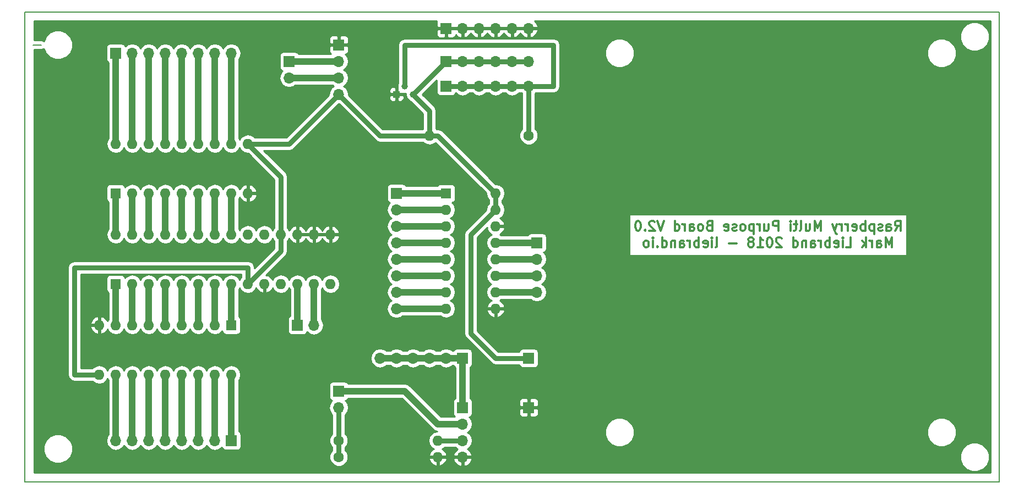
<source format=gbr>
G04 #@! TF.FileFunction,Copper,L2,Bot,Signal*
%FSLAX46Y46*%
G04 Gerber Fmt 4.6, Leading zero omitted, Abs format (unit mm)*
G04 Created by KiCad (PCBNEW 4.0.7) date Monday, 16. July 2018 'u49' 18:49:17*
%MOMM*%
%LPD*%
G01*
G04 APERTURE LIST*
%ADD10C,0.100000*%
%ADD11C,0.300000*%
%ADD12C,0.150000*%
%ADD13R,1.600000X1.600000*%
%ADD14O,1.600000X1.600000*%
%ADD15C,1.000000*%
%ADD16R,1.000000X1.000000*%
%ADD17R,1.700000X1.700000*%
%ADD18O,1.700000X1.700000*%
%ADD19C,1.600000*%
%ADD20C,1.000000*%
%ADD21C,0.750000*%
%ADD22C,0.254000*%
G04 APERTURE END LIST*
D10*
D11*
X178249999Y-59093571D02*
X178749999Y-58379286D01*
X179107142Y-59093571D02*
X179107142Y-57593571D01*
X178535714Y-57593571D01*
X178392856Y-57665000D01*
X178321428Y-57736429D01*
X178249999Y-57879286D01*
X178249999Y-58093571D01*
X178321428Y-58236429D01*
X178392856Y-58307857D01*
X178535714Y-58379286D01*
X179107142Y-58379286D01*
X176964285Y-59093571D02*
X176964285Y-58307857D01*
X177035714Y-58165000D01*
X177178571Y-58093571D01*
X177464285Y-58093571D01*
X177607142Y-58165000D01*
X176964285Y-59022143D02*
X177107142Y-59093571D01*
X177464285Y-59093571D01*
X177607142Y-59022143D01*
X177678571Y-58879286D01*
X177678571Y-58736429D01*
X177607142Y-58593571D01*
X177464285Y-58522143D01*
X177107142Y-58522143D01*
X176964285Y-58450714D01*
X176321428Y-59022143D02*
X176178571Y-59093571D01*
X175892856Y-59093571D01*
X175749999Y-59022143D01*
X175678571Y-58879286D01*
X175678571Y-58807857D01*
X175749999Y-58665000D01*
X175892856Y-58593571D01*
X176107142Y-58593571D01*
X176249999Y-58522143D01*
X176321428Y-58379286D01*
X176321428Y-58307857D01*
X176249999Y-58165000D01*
X176107142Y-58093571D01*
X175892856Y-58093571D01*
X175749999Y-58165000D01*
X175035713Y-58093571D02*
X175035713Y-59593571D01*
X175035713Y-58165000D02*
X174892856Y-58093571D01*
X174607142Y-58093571D01*
X174464285Y-58165000D01*
X174392856Y-58236429D01*
X174321427Y-58379286D01*
X174321427Y-58807857D01*
X174392856Y-58950714D01*
X174464285Y-59022143D01*
X174607142Y-59093571D01*
X174892856Y-59093571D01*
X175035713Y-59022143D01*
X173678570Y-59093571D02*
X173678570Y-57593571D01*
X173678570Y-58165000D02*
X173535713Y-58093571D01*
X173249999Y-58093571D01*
X173107142Y-58165000D01*
X173035713Y-58236429D01*
X172964284Y-58379286D01*
X172964284Y-58807857D01*
X173035713Y-58950714D01*
X173107142Y-59022143D01*
X173249999Y-59093571D01*
X173535713Y-59093571D01*
X173678570Y-59022143D01*
X171749999Y-59022143D02*
X171892856Y-59093571D01*
X172178570Y-59093571D01*
X172321427Y-59022143D01*
X172392856Y-58879286D01*
X172392856Y-58307857D01*
X172321427Y-58165000D01*
X172178570Y-58093571D01*
X171892856Y-58093571D01*
X171749999Y-58165000D01*
X171678570Y-58307857D01*
X171678570Y-58450714D01*
X172392856Y-58593571D01*
X171035713Y-59093571D02*
X171035713Y-58093571D01*
X171035713Y-58379286D02*
X170964285Y-58236429D01*
X170892856Y-58165000D01*
X170749999Y-58093571D01*
X170607142Y-58093571D01*
X170107142Y-59093571D02*
X170107142Y-58093571D01*
X170107142Y-58379286D02*
X170035714Y-58236429D01*
X169964285Y-58165000D01*
X169821428Y-58093571D01*
X169678571Y-58093571D01*
X169321428Y-58093571D02*
X168964285Y-59093571D01*
X168607143Y-58093571D02*
X168964285Y-59093571D01*
X169107143Y-59450714D01*
X169178571Y-59522143D01*
X169321428Y-59593571D01*
X166892857Y-59093571D02*
X166892857Y-57593571D01*
X166392857Y-58665000D01*
X165892857Y-57593571D01*
X165892857Y-59093571D01*
X164535714Y-58093571D02*
X164535714Y-59093571D01*
X165178571Y-58093571D02*
X165178571Y-58879286D01*
X165107143Y-59022143D01*
X164964285Y-59093571D01*
X164750000Y-59093571D01*
X164607143Y-59022143D01*
X164535714Y-58950714D01*
X163607142Y-59093571D02*
X163750000Y-59022143D01*
X163821428Y-58879286D01*
X163821428Y-57593571D01*
X163250000Y-58093571D02*
X162678571Y-58093571D01*
X163035714Y-57593571D02*
X163035714Y-58879286D01*
X162964286Y-59022143D01*
X162821428Y-59093571D01*
X162678571Y-59093571D01*
X162178571Y-59093571D02*
X162178571Y-58093571D01*
X162178571Y-57593571D02*
X162250000Y-57665000D01*
X162178571Y-57736429D01*
X162107143Y-57665000D01*
X162178571Y-57593571D01*
X162178571Y-57736429D01*
X160321428Y-59093571D02*
X160321428Y-57593571D01*
X159750000Y-57593571D01*
X159607142Y-57665000D01*
X159535714Y-57736429D01*
X159464285Y-57879286D01*
X159464285Y-58093571D01*
X159535714Y-58236429D01*
X159607142Y-58307857D01*
X159750000Y-58379286D01*
X160321428Y-58379286D01*
X158178571Y-58093571D02*
X158178571Y-59093571D01*
X158821428Y-58093571D02*
X158821428Y-58879286D01*
X158750000Y-59022143D01*
X158607142Y-59093571D01*
X158392857Y-59093571D01*
X158250000Y-59022143D01*
X158178571Y-58950714D01*
X157464285Y-59093571D02*
X157464285Y-58093571D01*
X157464285Y-58379286D02*
X157392857Y-58236429D01*
X157321428Y-58165000D01*
X157178571Y-58093571D01*
X157035714Y-58093571D01*
X156535714Y-58093571D02*
X156535714Y-59593571D01*
X156535714Y-58165000D02*
X156392857Y-58093571D01*
X156107143Y-58093571D01*
X155964286Y-58165000D01*
X155892857Y-58236429D01*
X155821428Y-58379286D01*
X155821428Y-58807857D01*
X155892857Y-58950714D01*
X155964286Y-59022143D01*
X156107143Y-59093571D01*
X156392857Y-59093571D01*
X156535714Y-59022143D01*
X154964285Y-59093571D02*
X155107143Y-59022143D01*
X155178571Y-58950714D01*
X155250000Y-58807857D01*
X155250000Y-58379286D01*
X155178571Y-58236429D01*
X155107143Y-58165000D01*
X154964285Y-58093571D01*
X154750000Y-58093571D01*
X154607143Y-58165000D01*
X154535714Y-58236429D01*
X154464285Y-58379286D01*
X154464285Y-58807857D01*
X154535714Y-58950714D01*
X154607143Y-59022143D01*
X154750000Y-59093571D01*
X154964285Y-59093571D01*
X153892857Y-59022143D02*
X153750000Y-59093571D01*
X153464285Y-59093571D01*
X153321428Y-59022143D01*
X153250000Y-58879286D01*
X153250000Y-58807857D01*
X153321428Y-58665000D01*
X153464285Y-58593571D01*
X153678571Y-58593571D01*
X153821428Y-58522143D01*
X153892857Y-58379286D01*
X153892857Y-58307857D01*
X153821428Y-58165000D01*
X153678571Y-58093571D01*
X153464285Y-58093571D01*
X153321428Y-58165000D01*
X152035714Y-59022143D02*
X152178571Y-59093571D01*
X152464285Y-59093571D01*
X152607142Y-59022143D01*
X152678571Y-58879286D01*
X152678571Y-58307857D01*
X152607142Y-58165000D01*
X152464285Y-58093571D01*
X152178571Y-58093571D01*
X152035714Y-58165000D01*
X151964285Y-58307857D01*
X151964285Y-58450714D01*
X152678571Y-58593571D01*
X149678571Y-58307857D02*
X149464285Y-58379286D01*
X149392857Y-58450714D01*
X149321428Y-58593571D01*
X149321428Y-58807857D01*
X149392857Y-58950714D01*
X149464285Y-59022143D01*
X149607143Y-59093571D01*
X150178571Y-59093571D01*
X150178571Y-57593571D01*
X149678571Y-57593571D01*
X149535714Y-57665000D01*
X149464285Y-57736429D01*
X149392857Y-57879286D01*
X149392857Y-58022143D01*
X149464285Y-58165000D01*
X149535714Y-58236429D01*
X149678571Y-58307857D01*
X150178571Y-58307857D01*
X148464285Y-59093571D02*
X148607143Y-59022143D01*
X148678571Y-58950714D01*
X148750000Y-58807857D01*
X148750000Y-58379286D01*
X148678571Y-58236429D01*
X148607143Y-58165000D01*
X148464285Y-58093571D01*
X148250000Y-58093571D01*
X148107143Y-58165000D01*
X148035714Y-58236429D01*
X147964285Y-58379286D01*
X147964285Y-58807857D01*
X148035714Y-58950714D01*
X148107143Y-59022143D01*
X148250000Y-59093571D01*
X148464285Y-59093571D01*
X146678571Y-59093571D02*
X146678571Y-58307857D01*
X146750000Y-58165000D01*
X146892857Y-58093571D01*
X147178571Y-58093571D01*
X147321428Y-58165000D01*
X146678571Y-59022143D02*
X146821428Y-59093571D01*
X147178571Y-59093571D01*
X147321428Y-59022143D01*
X147392857Y-58879286D01*
X147392857Y-58736429D01*
X147321428Y-58593571D01*
X147178571Y-58522143D01*
X146821428Y-58522143D01*
X146678571Y-58450714D01*
X145964285Y-59093571D02*
X145964285Y-58093571D01*
X145964285Y-58379286D02*
X145892857Y-58236429D01*
X145821428Y-58165000D01*
X145678571Y-58093571D01*
X145535714Y-58093571D01*
X144392857Y-59093571D02*
X144392857Y-57593571D01*
X144392857Y-59022143D02*
X144535714Y-59093571D01*
X144821428Y-59093571D01*
X144964286Y-59022143D01*
X145035714Y-58950714D01*
X145107143Y-58807857D01*
X145107143Y-58379286D01*
X145035714Y-58236429D01*
X144964286Y-58165000D01*
X144821428Y-58093571D01*
X144535714Y-58093571D01*
X144392857Y-58165000D01*
X142750000Y-57593571D02*
X142250000Y-59093571D01*
X141750000Y-57593571D01*
X141321429Y-57736429D02*
X141250000Y-57665000D01*
X141107143Y-57593571D01*
X140750000Y-57593571D01*
X140607143Y-57665000D01*
X140535714Y-57736429D01*
X140464286Y-57879286D01*
X140464286Y-58022143D01*
X140535714Y-58236429D01*
X141392857Y-59093571D01*
X140464286Y-59093571D01*
X139821429Y-58950714D02*
X139750001Y-59022143D01*
X139821429Y-59093571D01*
X139892858Y-59022143D01*
X139821429Y-58950714D01*
X139821429Y-59093571D01*
X138821429Y-57593571D02*
X138678572Y-57593571D01*
X138535715Y-57665000D01*
X138464286Y-57736429D01*
X138392857Y-57879286D01*
X138321429Y-58165000D01*
X138321429Y-58522143D01*
X138392857Y-58807857D01*
X138464286Y-58950714D01*
X138535715Y-59022143D01*
X138678572Y-59093571D01*
X138821429Y-59093571D01*
X138964286Y-59022143D01*
X139035715Y-58950714D01*
X139107143Y-58807857D01*
X139178572Y-58522143D01*
X139178572Y-58165000D01*
X139107143Y-57879286D01*
X139035715Y-57736429D01*
X138964286Y-57665000D01*
X138821429Y-57593571D01*
X177821428Y-61643571D02*
X177821428Y-60143571D01*
X177321428Y-61215000D01*
X176821428Y-60143571D01*
X176821428Y-61643571D01*
X175464285Y-61643571D02*
X175464285Y-60857857D01*
X175535714Y-60715000D01*
X175678571Y-60643571D01*
X175964285Y-60643571D01*
X176107142Y-60715000D01*
X175464285Y-61572143D02*
X175607142Y-61643571D01*
X175964285Y-61643571D01*
X176107142Y-61572143D01*
X176178571Y-61429286D01*
X176178571Y-61286429D01*
X176107142Y-61143571D01*
X175964285Y-61072143D01*
X175607142Y-61072143D01*
X175464285Y-61000714D01*
X174749999Y-61643571D02*
X174749999Y-60643571D01*
X174749999Y-60929286D02*
X174678571Y-60786429D01*
X174607142Y-60715000D01*
X174464285Y-60643571D01*
X174321428Y-60643571D01*
X173821428Y-61643571D02*
X173821428Y-60143571D01*
X173678571Y-61072143D02*
X173250000Y-61643571D01*
X173250000Y-60643571D02*
X173821428Y-61215000D01*
X170749999Y-61643571D02*
X171464285Y-61643571D01*
X171464285Y-60143571D01*
X170249999Y-61643571D02*
X170249999Y-60643571D01*
X170249999Y-60143571D02*
X170321428Y-60215000D01*
X170249999Y-60286429D01*
X170178571Y-60215000D01*
X170249999Y-60143571D01*
X170249999Y-60286429D01*
X168964285Y-61572143D02*
X169107142Y-61643571D01*
X169392856Y-61643571D01*
X169535713Y-61572143D01*
X169607142Y-61429286D01*
X169607142Y-60857857D01*
X169535713Y-60715000D01*
X169392856Y-60643571D01*
X169107142Y-60643571D01*
X168964285Y-60715000D01*
X168892856Y-60857857D01*
X168892856Y-61000714D01*
X169607142Y-61143571D01*
X168249999Y-61643571D02*
X168249999Y-60143571D01*
X168249999Y-60715000D02*
X168107142Y-60643571D01*
X167821428Y-60643571D01*
X167678571Y-60715000D01*
X167607142Y-60786429D01*
X167535713Y-60929286D01*
X167535713Y-61357857D01*
X167607142Y-61500714D01*
X167678571Y-61572143D01*
X167821428Y-61643571D01*
X168107142Y-61643571D01*
X168249999Y-61572143D01*
X166892856Y-61643571D02*
X166892856Y-60643571D01*
X166892856Y-60929286D02*
X166821428Y-60786429D01*
X166749999Y-60715000D01*
X166607142Y-60643571D01*
X166464285Y-60643571D01*
X165321428Y-61643571D02*
X165321428Y-60857857D01*
X165392857Y-60715000D01*
X165535714Y-60643571D01*
X165821428Y-60643571D01*
X165964285Y-60715000D01*
X165321428Y-61572143D02*
X165464285Y-61643571D01*
X165821428Y-61643571D01*
X165964285Y-61572143D01*
X166035714Y-61429286D01*
X166035714Y-61286429D01*
X165964285Y-61143571D01*
X165821428Y-61072143D01*
X165464285Y-61072143D01*
X165321428Y-61000714D01*
X164607142Y-60643571D02*
X164607142Y-61643571D01*
X164607142Y-60786429D02*
X164535714Y-60715000D01*
X164392856Y-60643571D01*
X164178571Y-60643571D01*
X164035714Y-60715000D01*
X163964285Y-60857857D01*
X163964285Y-61643571D01*
X162607142Y-61643571D02*
X162607142Y-60143571D01*
X162607142Y-61572143D02*
X162749999Y-61643571D01*
X163035713Y-61643571D01*
X163178571Y-61572143D01*
X163249999Y-61500714D01*
X163321428Y-61357857D01*
X163321428Y-60929286D01*
X163249999Y-60786429D01*
X163178571Y-60715000D01*
X163035713Y-60643571D01*
X162749999Y-60643571D01*
X162607142Y-60715000D01*
X160821428Y-60286429D02*
X160749999Y-60215000D01*
X160607142Y-60143571D01*
X160249999Y-60143571D01*
X160107142Y-60215000D01*
X160035713Y-60286429D01*
X159964285Y-60429286D01*
X159964285Y-60572143D01*
X160035713Y-60786429D01*
X160892856Y-61643571D01*
X159964285Y-61643571D01*
X159035714Y-60143571D02*
X158892857Y-60143571D01*
X158750000Y-60215000D01*
X158678571Y-60286429D01*
X158607142Y-60429286D01*
X158535714Y-60715000D01*
X158535714Y-61072143D01*
X158607142Y-61357857D01*
X158678571Y-61500714D01*
X158750000Y-61572143D01*
X158892857Y-61643571D01*
X159035714Y-61643571D01*
X159178571Y-61572143D01*
X159250000Y-61500714D01*
X159321428Y-61357857D01*
X159392857Y-61072143D01*
X159392857Y-60715000D01*
X159321428Y-60429286D01*
X159250000Y-60286429D01*
X159178571Y-60215000D01*
X159035714Y-60143571D01*
X157107143Y-61643571D02*
X157964286Y-61643571D01*
X157535714Y-61643571D02*
X157535714Y-60143571D01*
X157678571Y-60357857D01*
X157821429Y-60500714D01*
X157964286Y-60572143D01*
X156250000Y-60786429D02*
X156392858Y-60715000D01*
X156464286Y-60643571D01*
X156535715Y-60500714D01*
X156535715Y-60429286D01*
X156464286Y-60286429D01*
X156392858Y-60215000D01*
X156250000Y-60143571D01*
X155964286Y-60143571D01*
X155821429Y-60215000D01*
X155750000Y-60286429D01*
X155678572Y-60429286D01*
X155678572Y-60500714D01*
X155750000Y-60643571D01*
X155821429Y-60715000D01*
X155964286Y-60786429D01*
X156250000Y-60786429D01*
X156392858Y-60857857D01*
X156464286Y-60929286D01*
X156535715Y-61072143D01*
X156535715Y-61357857D01*
X156464286Y-61500714D01*
X156392858Y-61572143D01*
X156250000Y-61643571D01*
X155964286Y-61643571D01*
X155821429Y-61572143D01*
X155750000Y-61500714D01*
X155678572Y-61357857D01*
X155678572Y-61072143D01*
X155750000Y-60929286D01*
X155821429Y-60857857D01*
X155964286Y-60786429D01*
X153892858Y-61072143D02*
X152750001Y-61072143D01*
X150678572Y-61643571D02*
X150821430Y-61572143D01*
X150892858Y-61429286D01*
X150892858Y-60143571D01*
X150107144Y-61643571D02*
X150107144Y-60643571D01*
X150107144Y-60143571D02*
X150178573Y-60215000D01*
X150107144Y-60286429D01*
X150035716Y-60215000D01*
X150107144Y-60143571D01*
X150107144Y-60286429D01*
X148821430Y-61572143D02*
X148964287Y-61643571D01*
X149250001Y-61643571D01*
X149392858Y-61572143D01*
X149464287Y-61429286D01*
X149464287Y-60857857D01*
X149392858Y-60715000D01*
X149250001Y-60643571D01*
X148964287Y-60643571D01*
X148821430Y-60715000D01*
X148750001Y-60857857D01*
X148750001Y-61000714D01*
X149464287Y-61143571D01*
X148107144Y-61643571D02*
X148107144Y-60143571D01*
X148107144Y-60715000D02*
X147964287Y-60643571D01*
X147678573Y-60643571D01*
X147535716Y-60715000D01*
X147464287Y-60786429D01*
X147392858Y-60929286D01*
X147392858Y-61357857D01*
X147464287Y-61500714D01*
X147535716Y-61572143D01*
X147678573Y-61643571D01*
X147964287Y-61643571D01*
X148107144Y-61572143D01*
X146750001Y-61643571D02*
X146750001Y-60643571D01*
X146750001Y-60929286D02*
X146678573Y-60786429D01*
X146607144Y-60715000D01*
X146464287Y-60643571D01*
X146321430Y-60643571D01*
X145178573Y-61643571D02*
X145178573Y-60857857D01*
X145250002Y-60715000D01*
X145392859Y-60643571D01*
X145678573Y-60643571D01*
X145821430Y-60715000D01*
X145178573Y-61572143D02*
X145321430Y-61643571D01*
X145678573Y-61643571D01*
X145821430Y-61572143D01*
X145892859Y-61429286D01*
X145892859Y-61286429D01*
X145821430Y-61143571D01*
X145678573Y-61072143D01*
X145321430Y-61072143D01*
X145178573Y-61000714D01*
X144464287Y-60643571D02*
X144464287Y-61643571D01*
X144464287Y-60786429D02*
X144392859Y-60715000D01*
X144250001Y-60643571D01*
X144035716Y-60643571D01*
X143892859Y-60715000D01*
X143821430Y-60857857D01*
X143821430Y-61643571D01*
X142464287Y-61643571D02*
X142464287Y-60143571D01*
X142464287Y-61572143D02*
X142607144Y-61643571D01*
X142892858Y-61643571D01*
X143035716Y-61572143D01*
X143107144Y-61500714D01*
X143178573Y-61357857D01*
X143178573Y-60929286D01*
X143107144Y-60786429D01*
X143035716Y-60715000D01*
X142892858Y-60643571D01*
X142607144Y-60643571D01*
X142464287Y-60715000D01*
X141750001Y-61500714D02*
X141678573Y-61572143D01*
X141750001Y-61643571D01*
X141821430Y-61572143D01*
X141750001Y-61500714D01*
X141750001Y-61643571D01*
X141035715Y-61643571D02*
X141035715Y-60643571D01*
X141035715Y-60143571D02*
X141107144Y-60215000D01*
X141035715Y-60286429D01*
X140964287Y-60215000D01*
X141035715Y-60143571D01*
X141035715Y-60286429D01*
X140107143Y-61643571D02*
X140250001Y-61572143D01*
X140321429Y-61500714D01*
X140392858Y-61357857D01*
X140392858Y-60929286D01*
X140321429Y-60786429D01*
X140250001Y-60715000D01*
X140107143Y-60643571D01*
X139892858Y-60643571D01*
X139750001Y-60715000D01*
X139678572Y-60786429D01*
X139607143Y-60929286D01*
X139607143Y-61357857D01*
X139678572Y-61500714D01*
X139750001Y-61572143D01*
X139892858Y-61643571D01*
X140107143Y-61643571D01*
D12*
X194310000Y-25400000D02*
X50800000Y-25400000D01*
X44450000Y-25400000D02*
X194310000Y-25400000D01*
X44450000Y-26670000D02*
X44450000Y-25400000D01*
X44450000Y-27940000D02*
X44450000Y-26670000D01*
X44450000Y-97790000D02*
X44450000Y-27940000D01*
X194310000Y-97790000D02*
X44450000Y-97790000D01*
X194310000Y-25400000D02*
X194310000Y-97790000D01*
X45720000Y-30480000D02*
X46990000Y-30480000D01*
D13*
X58420000Y-67310000D03*
D14*
X91440000Y-59690000D03*
X60960000Y-67310000D03*
X88900000Y-59690000D03*
X63500000Y-67310000D03*
X86360000Y-59690000D03*
X66040000Y-67310000D03*
X83820000Y-59690000D03*
X68580000Y-67310000D03*
X81280000Y-59690000D03*
X71120000Y-67310000D03*
X78740000Y-59690000D03*
X73660000Y-67310000D03*
X76200000Y-59690000D03*
X76200000Y-67310000D03*
X73660000Y-59690000D03*
X78740000Y-67310000D03*
X71120000Y-59690000D03*
X81280000Y-67310000D03*
X68580000Y-59690000D03*
X83820000Y-67310000D03*
X66040000Y-59690000D03*
X86360000Y-67310000D03*
X63500000Y-59690000D03*
X88900000Y-67310000D03*
X60960000Y-59690000D03*
X91440000Y-67310000D03*
X58420000Y-59690000D03*
D13*
X76200000Y-73660000D03*
D14*
X55880000Y-81280000D03*
X73660000Y-73660000D03*
X58420000Y-81280000D03*
X71120000Y-73660000D03*
X60960000Y-81280000D03*
X68580000Y-73660000D03*
X63500000Y-81280000D03*
X66040000Y-73660000D03*
X66040000Y-81280000D03*
X63500000Y-73660000D03*
X68580000Y-81280000D03*
X60960000Y-73660000D03*
X71120000Y-81280000D03*
X58420000Y-73660000D03*
X73660000Y-81280000D03*
X55880000Y-73660000D03*
X76200000Y-81280000D03*
D13*
X58420000Y-53340000D03*
D14*
X78740000Y-45720000D03*
X60960000Y-53340000D03*
X76200000Y-45720000D03*
X63500000Y-53340000D03*
X73660000Y-45720000D03*
X66040000Y-53340000D03*
X71120000Y-45720000D03*
X68580000Y-53340000D03*
X68580000Y-45720000D03*
X71120000Y-53340000D03*
X66040000Y-45720000D03*
X73660000Y-53340000D03*
X63500000Y-45720000D03*
X76200000Y-53340000D03*
X60960000Y-45720000D03*
X78740000Y-53340000D03*
X58420000Y-45720000D03*
D13*
X109220000Y-53340000D03*
D14*
X116840000Y-71120000D03*
X109220000Y-55880000D03*
X116840000Y-68580000D03*
X109220000Y-58420000D03*
X116840000Y-66040000D03*
X109220000Y-60960000D03*
X116840000Y-63500000D03*
X109220000Y-63500000D03*
X116840000Y-60960000D03*
X109220000Y-66040000D03*
X116840000Y-58420000D03*
X109220000Y-68580000D03*
X116840000Y-55880000D03*
X109220000Y-71120000D03*
X116840000Y-53340000D03*
D15*
X102870000Y-36830000D03*
X104140000Y-38100000D03*
D16*
X101600000Y-38100000D03*
D17*
X76200000Y-91440000D03*
D18*
X73660000Y-91440000D03*
X71120000Y-91440000D03*
X68580000Y-91440000D03*
X66040000Y-91440000D03*
X63500000Y-91440000D03*
X60960000Y-91440000D03*
X58420000Y-91440000D03*
D17*
X58420000Y-31750000D03*
D18*
X60960000Y-31750000D03*
X63500000Y-31750000D03*
X66040000Y-31750000D03*
X68580000Y-31750000D03*
X71120000Y-31750000D03*
X73660000Y-31750000D03*
X76200000Y-31750000D03*
D17*
X121920000Y-78740000D03*
X86360000Y-73660000D03*
D18*
X88900000Y-73660000D03*
D17*
X111760000Y-78740000D03*
D18*
X109220000Y-78740000D03*
X106680000Y-78740000D03*
X104140000Y-78740000D03*
X101600000Y-78740000D03*
X99060000Y-78740000D03*
D17*
X109220000Y-33020000D03*
D18*
X111760000Y-33020000D03*
X114300000Y-33020000D03*
X116840000Y-33020000D03*
X119380000Y-33020000D03*
X121920000Y-33020000D03*
D17*
X109220000Y-36830000D03*
D18*
X111760000Y-36830000D03*
X114300000Y-36830000D03*
X116840000Y-36830000D03*
X119380000Y-36830000D03*
X121920000Y-36830000D03*
D17*
X109220000Y-27940000D03*
D18*
X111760000Y-27940000D03*
X114300000Y-27940000D03*
X116840000Y-27940000D03*
X119380000Y-27940000D03*
X121920000Y-27940000D03*
D17*
X123190000Y-60960000D03*
D18*
X123190000Y-63500000D03*
X123190000Y-66040000D03*
X123190000Y-68580000D03*
D17*
X101600000Y-53340000D03*
D18*
X101600000Y-55880000D03*
X101600000Y-58420000D03*
X101600000Y-60960000D03*
X101600000Y-63500000D03*
X101600000Y-66040000D03*
X101600000Y-68580000D03*
X101600000Y-71120000D03*
D17*
X85090000Y-33020000D03*
D18*
X85090000Y-35560000D03*
D17*
X92710000Y-30480000D03*
D18*
X92710000Y-33020000D03*
X92710000Y-35560000D03*
X92710000Y-38100000D03*
D17*
X111760000Y-86360000D03*
D18*
X111760000Y-88900000D03*
X111760000Y-91440000D03*
X111760000Y-93980000D03*
D17*
X92710000Y-83820000D03*
D18*
X92710000Y-86360000D03*
D19*
X121920000Y-44450000D03*
D14*
X106680000Y-44450000D03*
D19*
X92710000Y-93980000D03*
D14*
X107950000Y-93980000D03*
D19*
X92710000Y-91440000D03*
D14*
X107950000Y-91440000D03*
D17*
X121920000Y-86360000D03*
D20*
X58420000Y-73660000D02*
X58420000Y-67310000D01*
X60960000Y-73660000D02*
X60960000Y-67310000D01*
X63500000Y-73660000D02*
X63500000Y-67310000D01*
X66040000Y-73660000D02*
X66040000Y-67310000D01*
D21*
X111760000Y-33020000D02*
X114300000Y-33020000D01*
X106680000Y-44450000D02*
X106680000Y-40640000D01*
X106680000Y-40640000D02*
X104140000Y-38100000D01*
X116840000Y-55880000D02*
X116840000Y-53340000D01*
X116840000Y-53340000D02*
X107950000Y-44450000D01*
X107950000Y-44450000D02*
X106680000Y-44450000D01*
X106680000Y-44450000D02*
X99060000Y-44450000D01*
X99060000Y-44450000D02*
X92710000Y-38100000D01*
X121920000Y-78740000D02*
X116840000Y-78740000D01*
X113030000Y-59690000D02*
X116840000Y-55880000D01*
X113030000Y-74930000D02*
X113030000Y-59690000D01*
X116840000Y-78740000D02*
X113030000Y-74930000D01*
X104140000Y-38100000D02*
X109220000Y-33020000D01*
X109220000Y-33020000D02*
X114300000Y-33020000D01*
X114300000Y-33020000D02*
X116840000Y-33020000D01*
X116840000Y-33020000D02*
X119380000Y-33020000D01*
X119380000Y-33020000D02*
X121920000Y-33020000D01*
X78740000Y-67310000D02*
X78740000Y-64770000D01*
X52070000Y-81280000D02*
X55880000Y-81280000D01*
X52070000Y-64770000D02*
X52070000Y-81280000D01*
X78740000Y-64770000D02*
X52070000Y-64770000D01*
X83820000Y-59690000D02*
X83820000Y-62230000D01*
X83820000Y-62230000D02*
X78740000Y-67310000D01*
X78740000Y-45720000D02*
X85090000Y-45720000D01*
X85090000Y-45720000D02*
X92710000Y-38100000D01*
X83820000Y-59690000D02*
X83820000Y-50800000D01*
X83820000Y-50800000D02*
X78740000Y-45720000D01*
D20*
X68580000Y-73660000D02*
X68580000Y-67310000D01*
X71120000Y-73660000D02*
X71120000Y-67310000D01*
X73660000Y-73660000D02*
X73660000Y-67310000D01*
X76200000Y-59690000D02*
X76200000Y-53340000D01*
X76200000Y-73660000D02*
X76200000Y-67310000D01*
X73660000Y-59690000D02*
X73660000Y-53340000D01*
X71120000Y-59690000D02*
X71120000Y-53340000D01*
X68580000Y-59690000D02*
X68580000Y-53340000D01*
X66040000Y-59690000D02*
X66040000Y-53340000D01*
X86360000Y-73660000D02*
X86360000Y-67310000D01*
X63500000Y-59690000D02*
X63500000Y-53340000D01*
X88900000Y-73660000D02*
X88900000Y-67310000D01*
X60960000Y-59690000D02*
X60960000Y-53340000D01*
X58420000Y-59690000D02*
X58420000Y-53340000D01*
X58420000Y-91440000D02*
X58420000Y-81280000D01*
X60960000Y-91440000D02*
X60960000Y-81280000D01*
X63500000Y-91440000D02*
X63500000Y-81280000D01*
X66040000Y-91440000D02*
X66040000Y-81280000D01*
X68580000Y-91440000D02*
X68580000Y-81280000D01*
X71120000Y-91440000D02*
X71120000Y-81280000D01*
X73660000Y-91440000D02*
X73660000Y-81280000D01*
X76200000Y-91440000D02*
X76200000Y-81280000D01*
X76200000Y-45720000D02*
X76200000Y-31750000D01*
X73660000Y-45720000D02*
X73660000Y-31750000D01*
X71120000Y-45720000D02*
X71120000Y-31750000D01*
X68580000Y-45720000D02*
X68580000Y-31750000D01*
X66040000Y-45720000D02*
X66040000Y-31750000D01*
X63500000Y-45720000D02*
X63500000Y-31750000D01*
X60960000Y-45720000D02*
X60960000Y-31750000D01*
X58420000Y-45720000D02*
X58420000Y-31750000D01*
X109220000Y-53340000D02*
X101600000Y-53340000D01*
X109220000Y-55880000D02*
X101600000Y-55880000D01*
X123190000Y-68580000D02*
X116840000Y-68580000D01*
X109220000Y-58420000D02*
X101600000Y-58420000D01*
X123190000Y-66040000D02*
X116840000Y-66040000D01*
X109220000Y-60960000D02*
X101600000Y-60960000D01*
X123190000Y-63500000D02*
X116840000Y-63500000D01*
X109220000Y-63500000D02*
X101600000Y-63500000D01*
X123190000Y-60960000D02*
X116840000Y-60960000D01*
X109220000Y-66040000D02*
X101600000Y-66040000D01*
X109220000Y-68580000D02*
X101600000Y-68580000D01*
X109220000Y-71120000D02*
X101600000Y-71120000D01*
D21*
X121920000Y-36830000D02*
X125730000Y-36830000D01*
X102870000Y-30480000D02*
X102870000Y-36830000D01*
X125730000Y-30480000D02*
X102870000Y-30480000D01*
X125730000Y-36830000D02*
X125730000Y-30480000D01*
X109220000Y-36830000D02*
X111760000Y-36830000D01*
X111760000Y-36830000D02*
X114300000Y-36830000D01*
X114300000Y-36830000D02*
X116840000Y-36830000D01*
X116840000Y-36830000D02*
X119380000Y-36830000D01*
X119380000Y-36830000D02*
X121920000Y-36830000D01*
X121920000Y-36830000D02*
X121920000Y-44450000D01*
D20*
X99060000Y-78740000D02*
X101600000Y-78740000D01*
X101600000Y-78740000D02*
X104140000Y-78740000D01*
X104140000Y-78740000D02*
X106680000Y-78740000D01*
X106680000Y-78740000D02*
X109220000Y-78740000D01*
X109220000Y-78740000D02*
X111760000Y-78740000D01*
X111760000Y-78740000D02*
X111760000Y-86360000D01*
X85090000Y-33020000D02*
X92710000Y-33020000D01*
X85090000Y-35560000D02*
X92710000Y-35560000D01*
X92710000Y-83820000D02*
X102870000Y-83820000D01*
X107950000Y-88900000D02*
X111760000Y-88900000D01*
X102870000Y-83820000D02*
X107950000Y-88900000D01*
D21*
X107950000Y-91440000D02*
X111760000Y-91440000D01*
X92710000Y-86360000D02*
X92710000Y-91440000D01*
X92710000Y-91440000D02*
X92710000Y-93980000D01*
D22*
G36*
X107735000Y-26963691D02*
X107735000Y-27654250D01*
X107893750Y-27813000D01*
X109093000Y-27813000D01*
X109093000Y-27793000D01*
X109347000Y-27793000D01*
X109347000Y-27813000D01*
X111633000Y-27813000D01*
X111633000Y-27793000D01*
X111887000Y-27793000D01*
X111887000Y-27813000D01*
X114173000Y-27813000D01*
X114173000Y-27793000D01*
X114427000Y-27793000D01*
X114427000Y-27813000D01*
X116713000Y-27813000D01*
X116713000Y-27793000D01*
X116967000Y-27793000D01*
X116967000Y-27813000D01*
X119253000Y-27813000D01*
X119253000Y-27793000D01*
X119507000Y-27793000D01*
X119507000Y-27813000D01*
X121793000Y-27813000D01*
X121793000Y-27793000D01*
X122047000Y-27793000D01*
X122047000Y-27813000D01*
X123240819Y-27813000D01*
X123361486Y-27583108D01*
X123115183Y-27058642D01*
X122828085Y-26797000D01*
X192913000Y-26797000D01*
X192913000Y-96393000D01*
X45847000Y-96393000D01*
X45847000Y-93152619D01*
X47294613Y-93152619D01*
X47634155Y-93974372D01*
X48262321Y-94603636D01*
X49083481Y-94944611D01*
X49972619Y-94945387D01*
X50794372Y-94605845D01*
X51423636Y-93977679D01*
X51764611Y-93156519D01*
X51765387Y-92267381D01*
X51425845Y-91445628D01*
X50797679Y-90816364D01*
X49976519Y-90475389D01*
X49087381Y-90474613D01*
X48265628Y-90814155D01*
X47636364Y-91442321D01*
X47295389Y-92263481D01*
X47294613Y-93152619D01*
X45847000Y-93152619D01*
X45847000Y-64770000D01*
X51060000Y-64770000D01*
X51060000Y-81280000D01*
X51136882Y-81666510D01*
X51355822Y-81994178D01*
X51683490Y-82213118D01*
X52070000Y-82290000D01*
X54843378Y-82290000D01*
X54865302Y-82322811D01*
X55330849Y-82633880D01*
X55880000Y-82743113D01*
X56429151Y-82633880D01*
X56894698Y-82322811D01*
X57150000Y-81940725D01*
X57285000Y-82142767D01*
X57285000Y-90487984D01*
X57048039Y-90842622D01*
X56935000Y-91410907D01*
X56935000Y-91469093D01*
X57048039Y-92037378D01*
X57369946Y-92519147D01*
X57851715Y-92841054D01*
X58420000Y-92954093D01*
X58988285Y-92841054D01*
X59470054Y-92519147D01*
X59690000Y-92189974D01*
X59909946Y-92519147D01*
X60391715Y-92841054D01*
X60960000Y-92954093D01*
X61528285Y-92841054D01*
X62010054Y-92519147D01*
X62230000Y-92189974D01*
X62449946Y-92519147D01*
X62931715Y-92841054D01*
X63500000Y-92954093D01*
X64068285Y-92841054D01*
X64550054Y-92519147D01*
X64770000Y-92189974D01*
X64989946Y-92519147D01*
X65471715Y-92841054D01*
X66040000Y-92954093D01*
X66608285Y-92841054D01*
X67090054Y-92519147D01*
X67310000Y-92189974D01*
X67529946Y-92519147D01*
X68011715Y-92841054D01*
X68580000Y-92954093D01*
X69148285Y-92841054D01*
X69630054Y-92519147D01*
X69850000Y-92189974D01*
X70069946Y-92519147D01*
X70551715Y-92841054D01*
X71120000Y-92954093D01*
X71688285Y-92841054D01*
X72170054Y-92519147D01*
X72390000Y-92189974D01*
X72609946Y-92519147D01*
X73091715Y-92841054D01*
X73660000Y-92954093D01*
X74228285Y-92841054D01*
X74710054Y-92519147D01*
X74737850Y-92477548D01*
X74746838Y-92525317D01*
X74885910Y-92741441D01*
X75098110Y-92886431D01*
X75350000Y-92937440D01*
X77050000Y-92937440D01*
X77285317Y-92893162D01*
X77501441Y-92754090D01*
X77646431Y-92541890D01*
X77697440Y-92290000D01*
X77697440Y-90590000D01*
X77653162Y-90354683D01*
X77514090Y-90138559D01*
X77335000Y-90016192D01*
X77335000Y-86360000D01*
X91195907Y-86360000D01*
X91308946Y-86928285D01*
X91630853Y-87410054D01*
X91700000Y-87456256D01*
X91700000Y-90420612D01*
X91494176Y-90626077D01*
X91275250Y-91153309D01*
X91274752Y-91724187D01*
X91492757Y-92251800D01*
X91700000Y-92459405D01*
X91700000Y-92960612D01*
X91494176Y-93166077D01*
X91275250Y-93693309D01*
X91274752Y-94264187D01*
X91492757Y-94791800D01*
X91896077Y-95195824D01*
X92423309Y-95414750D01*
X92994187Y-95415248D01*
X93521800Y-95197243D01*
X93925824Y-94793923D01*
X94118860Y-94329039D01*
X106558096Y-94329039D01*
X106718959Y-94717423D01*
X107094866Y-95132389D01*
X107600959Y-95371914D01*
X107823000Y-95250629D01*
X107823000Y-94107000D01*
X108077000Y-94107000D01*
X108077000Y-95250629D01*
X108299041Y-95371914D01*
X108805134Y-95132389D01*
X109181041Y-94717423D01*
X109338652Y-94336890D01*
X110318524Y-94336890D01*
X110488355Y-94746924D01*
X110878642Y-95175183D01*
X111403108Y-95421486D01*
X111633000Y-95300819D01*
X111633000Y-94107000D01*
X111887000Y-94107000D01*
X111887000Y-95300819D01*
X112116892Y-95421486D01*
X112641358Y-95175183D01*
X113031645Y-94746924D01*
X113165968Y-94422619D01*
X188264613Y-94422619D01*
X188604155Y-95244372D01*
X189232321Y-95873636D01*
X190053481Y-96214611D01*
X190942619Y-96215387D01*
X191764372Y-95875845D01*
X192393636Y-95247679D01*
X192734611Y-94426519D01*
X192735387Y-93537381D01*
X192395845Y-92715628D01*
X191767679Y-92086364D01*
X190946519Y-91745389D01*
X190057381Y-91744613D01*
X189235628Y-92084155D01*
X188606364Y-92712321D01*
X188265389Y-93533481D01*
X188264613Y-94422619D01*
X113165968Y-94422619D01*
X113201476Y-94336890D01*
X113080155Y-94107000D01*
X111887000Y-94107000D01*
X111633000Y-94107000D01*
X110439845Y-94107000D01*
X110318524Y-94336890D01*
X109338652Y-94336890D01*
X109341904Y-94329039D01*
X109219915Y-94107000D01*
X108077000Y-94107000D01*
X107823000Y-94107000D01*
X106680085Y-94107000D01*
X106558096Y-94329039D01*
X94118860Y-94329039D01*
X94144750Y-94266691D01*
X94145248Y-93695813D01*
X93927243Y-93168200D01*
X93720000Y-92960595D01*
X93720000Y-92459388D01*
X93925824Y-92253923D01*
X94144750Y-91726691D01*
X94145248Y-91155813D01*
X93927243Y-90628200D01*
X93720000Y-90420595D01*
X93720000Y-87456256D01*
X93789147Y-87410054D01*
X94111054Y-86928285D01*
X94224093Y-86360000D01*
X94111054Y-85791715D01*
X93789147Y-85309946D01*
X93747548Y-85282150D01*
X93795317Y-85273162D01*
X94011441Y-85134090D01*
X94133808Y-84955000D01*
X102399868Y-84955000D01*
X107147434Y-89702566D01*
X107515654Y-89948603D01*
X107860534Y-90017204D01*
X107372736Y-90114233D01*
X106907189Y-90425302D01*
X106596120Y-90890849D01*
X106486887Y-91440000D01*
X106596120Y-91989151D01*
X106907189Y-92454698D01*
X107311703Y-92724986D01*
X107094866Y-92827611D01*
X106718959Y-93242577D01*
X106558096Y-93630961D01*
X106680085Y-93853000D01*
X107823000Y-93853000D01*
X107823000Y-93833000D01*
X108077000Y-93833000D01*
X108077000Y-93853000D01*
X109219915Y-93853000D01*
X109341904Y-93630961D01*
X109181041Y-93242577D01*
X108805134Y-92827611D01*
X108588297Y-92724986D01*
X108992811Y-92454698D01*
X108995950Y-92450000D01*
X110654090Y-92450000D01*
X110680853Y-92490054D01*
X111021553Y-92717702D01*
X110878642Y-92784817D01*
X110488355Y-93213076D01*
X110318524Y-93623110D01*
X110439845Y-93853000D01*
X111633000Y-93853000D01*
X111633000Y-93833000D01*
X111887000Y-93833000D01*
X111887000Y-93853000D01*
X113080155Y-93853000D01*
X113201476Y-93623110D01*
X113031645Y-93213076D01*
X112641358Y-92784817D01*
X112498447Y-92717702D01*
X112839147Y-92490054D01*
X113161054Y-92008285D01*
X113274093Y-91440000D01*
X113161054Y-90871715D01*
X112987932Y-90612619D01*
X133654613Y-90612619D01*
X133994155Y-91434372D01*
X134622321Y-92063636D01*
X135443481Y-92404611D01*
X136332619Y-92405387D01*
X137154372Y-92065845D01*
X137783636Y-91437679D01*
X138124611Y-90616519D01*
X138124614Y-90612619D01*
X183184613Y-90612619D01*
X183524155Y-91434372D01*
X184152321Y-92063636D01*
X184973481Y-92404611D01*
X185862619Y-92405387D01*
X186684372Y-92065845D01*
X187313636Y-91437679D01*
X187654611Y-90616519D01*
X187655387Y-89727381D01*
X187315845Y-88905628D01*
X186687679Y-88276364D01*
X185866519Y-87935389D01*
X184977381Y-87934613D01*
X184155628Y-88274155D01*
X183526364Y-88902321D01*
X183185389Y-89723481D01*
X183184613Y-90612619D01*
X138124614Y-90612619D01*
X138125387Y-89727381D01*
X137785845Y-88905628D01*
X137157679Y-88276364D01*
X136336519Y-87935389D01*
X135447381Y-87934613D01*
X134625628Y-88274155D01*
X133996364Y-88902321D01*
X133655389Y-89723481D01*
X133654613Y-90612619D01*
X112987932Y-90612619D01*
X112839147Y-90389946D01*
X112509974Y-90170000D01*
X112839147Y-89950054D01*
X113161054Y-89468285D01*
X113274093Y-88900000D01*
X113161054Y-88331715D01*
X112839147Y-87849946D01*
X112797548Y-87822150D01*
X112845317Y-87813162D01*
X113061441Y-87674090D01*
X113206431Y-87461890D01*
X113257440Y-87210000D01*
X113257440Y-86645750D01*
X120435000Y-86645750D01*
X120435000Y-87336310D01*
X120531673Y-87569699D01*
X120710302Y-87748327D01*
X120943691Y-87845000D01*
X121634250Y-87845000D01*
X121793000Y-87686250D01*
X121793000Y-86487000D01*
X122047000Y-86487000D01*
X122047000Y-87686250D01*
X122205750Y-87845000D01*
X122896309Y-87845000D01*
X123129698Y-87748327D01*
X123308327Y-87569699D01*
X123405000Y-87336310D01*
X123405000Y-86645750D01*
X123246250Y-86487000D01*
X122047000Y-86487000D01*
X121793000Y-86487000D01*
X120593750Y-86487000D01*
X120435000Y-86645750D01*
X113257440Y-86645750D01*
X113257440Y-85510000D01*
X113233674Y-85383690D01*
X120435000Y-85383690D01*
X120435000Y-86074250D01*
X120593750Y-86233000D01*
X121793000Y-86233000D01*
X121793000Y-85033750D01*
X122047000Y-85033750D01*
X122047000Y-86233000D01*
X123246250Y-86233000D01*
X123405000Y-86074250D01*
X123405000Y-85383690D01*
X123308327Y-85150301D01*
X123129698Y-84971673D01*
X122896309Y-84875000D01*
X122205750Y-84875000D01*
X122047000Y-85033750D01*
X121793000Y-85033750D01*
X121634250Y-84875000D01*
X120943691Y-84875000D01*
X120710302Y-84971673D01*
X120531673Y-85150301D01*
X120435000Y-85383690D01*
X113233674Y-85383690D01*
X113213162Y-85274683D01*
X113074090Y-85058559D01*
X112895000Y-84936192D01*
X112895000Y-80161192D01*
X113061441Y-80054090D01*
X113206431Y-79841890D01*
X113257440Y-79590000D01*
X113257440Y-77890000D01*
X113213162Y-77654683D01*
X113074090Y-77438559D01*
X112861890Y-77293569D01*
X112610000Y-77242560D01*
X110910000Y-77242560D01*
X110674683Y-77286838D01*
X110458559Y-77425910D01*
X110336192Y-77605000D01*
X110186464Y-77605000D01*
X109788285Y-77338946D01*
X109220000Y-77225907D01*
X108651715Y-77338946D01*
X108253536Y-77605000D01*
X107646464Y-77605000D01*
X107248285Y-77338946D01*
X106680000Y-77225907D01*
X106111715Y-77338946D01*
X105713536Y-77605000D01*
X105106464Y-77605000D01*
X104708285Y-77338946D01*
X104140000Y-77225907D01*
X103571715Y-77338946D01*
X103173536Y-77605000D01*
X102566464Y-77605000D01*
X102168285Y-77338946D01*
X101600000Y-77225907D01*
X101031715Y-77338946D01*
X100633536Y-77605000D01*
X100026464Y-77605000D01*
X99628285Y-77338946D01*
X99060000Y-77225907D01*
X98491715Y-77338946D01*
X98009946Y-77660853D01*
X97688039Y-78142622D01*
X97575000Y-78710907D01*
X97575000Y-78769093D01*
X97688039Y-79337378D01*
X98009946Y-79819147D01*
X98491715Y-80141054D01*
X99060000Y-80254093D01*
X99628285Y-80141054D01*
X100026464Y-79875000D01*
X100633536Y-79875000D01*
X101031715Y-80141054D01*
X101600000Y-80254093D01*
X102168285Y-80141054D01*
X102566464Y-79875000D01*
X103173536Y-79875000D01*
X103571715Y-80141054D01*
X104140000Y-80254093D01*
X104708285Y-80141054D01*
X105106464Y-79875000D01*
X105713536Y-79875000D01*
X106111715Y-80141054D01*
X106680000Y-80254093D01*
X107248285Y-80141054D01*
X107646464Y-79875000D01*
X108253536Y-79875000D01*
X108651715Y-80141054D01*
X109220000Y-80254093D01*
X109788285Y-80141054D01*
X110186464Y-79875000D01*
X110338808Y-79875000D01*
X110445910Y-80041441D01*
X110625000Y-80163808D01*
X110625000Y-84938808D01*
X110458559Y-85045910D01*
X110313569Y-85258110D01*
X110262560Y-85510000D01*
X110262560Y-87210000D01*
X110306838Y-87445317D01*
X110445910Y-87661441D01*
X110597474Y-87765000D01*
X108420132Y-87765000D01*
X103672566Y-83017434D01*
X103601576Y-82970000D01*
X103304346Y-82771397D01*
X102870000Y-82685000D01*
X94131192Y-82685000D01*
X94024090Y-82518559D01*
X93811890Y-82373569D01*
X93560000Y-82322560D01*
X91860000Y-82322560D01*
X91624683Y-82366838D01*
X91408559Y-82505910D01*
X91263569Y-82718110D01*
X91212560Y-82970000D01*
X91212560Y-84670000D01*
X91256838Y-84905317D01*
X91395910Y-85121441D01*
X91608110Y-85266431D01*
X91675541Y-85280086D01*
X91630853Y-85309946D01*
X91308946Y-85791715D01*
X91195907Y-86360000D01*
X77335000Y-86360000D01*
X77335000Y-82142767D01*
X77525767Y-81857264D01*
X77635000Y-81308113D01*
X77635000Y-81251887D01*
X77525767Y-80702736D01*
X77214698Y-80237189D01*
X76749151Y-79926120D01*
X76200000Y-79816887D01*
X75650849Y-79926120D01*
X75185302Y-80237189D01*
X74930000Y-80619275D01*
X74674698Y-80237189D01*
X74209151Y-79926120D01*
X73660000Y-79816887D01*
X73110849Y-79926120D01*
X72645302Y-80237189D01*
X72390000Y-80619275D01*
X72134698Y-80237189D01*
X71669151Y-79926120D01*
X71120000Y-79816887D01*
X70570849Y-79926120D01*
X70105302Y-80237189D01*
X69850000Y-80619275D01*
X69594698Y-80237189D01*
X69129151Y-79926120D01*
X68580000Y-79816887D01*
X68030849Y-79926120D01*
X67565302Y-80237189D01*
X67310000Y-80619275D01*
X67054698Y-80237189D01*
X66589151Y-79926120D01*
X66040000Y-79816887D01*
X65490849Y-79926120D01*
X65025302Y-80237189D01*
X64770000Y-80619275D01*
X64514698Y-80237189D01*
X64049151Y-79926120D01*
X63500000Y-79816887D01*
X62950849Y-79926120D01*
X62485302Y-80237189D01*
X62230000Y-80619275D01*
X61974698Y-80237189D01*
X61509151Y-79926120D01*
X60960000Y-79816887D01*
X60410849Y-79926120D01*
X59945302Y-80237189D01*
X59690000Y-80619275D01*
X59434698Y-80237189D01*
X58969151Y-79926120D01*
X58420000Y-79816887D01*
X57870849Y-79926120D01*
X57405302Y-80237189D01*
X57150000Y-80619275D01*
X56894698Y-80237189D01*
X56429151Y-79926120D01*
X55880000Y-79816887D01*
X55330849Y-79926120D01*
X54865302Y-80237189D01*
X54843378Y-80270000D01*
X53080000Y-80270000D01*
X53080000Y-74009041D01*
X54488086Y-74009041D01*
X54727611Y-74515134D01*
X55142577Y-74891041D01*
X55530961Y-75051904D01*
X55753000Y-74929915D01*
X55753000Y-73787000D01*
X54609371Y-73787000D01*
X54488086Y-74009041D01*
X53080000Y-74009041D01*
X53080000Y-73310959D01*
X54488086Y-73310959D01*
X54609371Y-73533000D01*
X55753000Y-73533000D01*
X55753000Y-72390085D01*
X55530961Y-72268096D01*
X55142577Y-72428959D01*
X54727611Y-72804866D01*
X54488086Y-73310959D01*
X53080000Y-73310959D01*
X53080000Y-65780000D01*
X77730000Y-65780000D01*
X77730000Y-66264050D01*
X77725302Y-66267189D01*
X77470000Y-66649275D01*
X77214698Y-66267189D01*
X76749151Y-65956120D01*
X76200000Y-65846887D01*
X75650849Y-65956120D01*
X75185302Y-66267189D01*
X74930000Y-66649275D01*
X74674698Y-66267189D01*
X74209151Y-65956120D01*
X73660000Y-65846887D01*
X73110849Y-65956120D01*
X72645302Y-66267189D01*
X72390000Y-66649275D01*
X72134698Y-66267189D01*
X71669151Y-65956120D01*
X71120000Y-65846887D01*
X70570849Y-65956120D01*
X70105302Y-66267189D01*
X69850000Y-66649275D01*
X69594698Y-66267189D01*
X69129151Y-65956120D01*
X68580000Y-65846887D01*
X68030849Y-65956120D01*
X67565302Y-66267189D01*
X67310000Y-66649275D01*
X67054698Y-66267189D01*
X66589151Y-65956120D01*
X66040000Y-65846887D01*
X65490849Y-65956120D01*
X65025302Y-66267189D01*
X64770000Y-66649275D01*
X64514698Y-66267189D01*
X64049151Y-65956120D01*
X63500000Y-65846887D01*
X62950849Y-65956120D01*
X62485302Y-66267189D01*
X62230000Y-66649275D01*
X61974698Y-66267189D01*
X61509151Y-65956120D01*
X60960000Y-65846887D01*
X60410849Y-65956120D01*
X59945302Y-66267189D01*
X59848899Y-66411465D01*
X59823162Y-66274683D01*
X59684090Y-66058559D01*
X59471890Y-65913569D01*
X59220000Y-65862560D01*
X57620000Y-65862560D01*
X57384683Y-65906838D01*
X57168559Y-66045910D01*
X57023569Y-66258110D01*
X56972560Y-66510000D01*
X56972560Y-68110000D01*
X57016838Y-68345317D01*
X57155910Y-68561441D01*
X57285000Y-68649644D01*
X57285000Y-72797233D01*
X57135014Y-73021703D01*
X57032389Y-72804866D01*
X56617423Y-72428959D01*
X56229039Y-72268096D01*
X56007000Y-72390085D01*
X56007000Y-73533000D01*
X56027000Y-73533000D01*
X56027000Y-73787000D01*
X56007000Y-73787000D01*
X56007000Y-74929915D01*
X56229039Y-75051904D01*
X56617423Y-74891041D01*
X57032389Y-74515134D01*
X57135014Y-74298297D01*
X57405302Y-74702811D01*
X57870849Y-75013880D01*
X58420000Y-75123113D01*
X58969151Y-75013880D01*
X59434698Y-74702811D01*
X59690000Y-74320725D01*
X59945302Y-74702811D01*
X60410849Y-75013880D01*
X60960000Y-75123113D01*
X61509151Y-75013880D01*
X61974698Y-74702811D01*
X62230000Y-74320725D01*
X62485302Y-74702811D01*
X62950849Y-75013880D01*
X63500000Y-75123113D01*
X64049151Y-75013880D01*
X64514698Y-74702811D01*
X64770000Y-74320725D01*
X65025302Y-74702811D01*
X65490849Y-75013880D01*
X66040000Y-75123113D01*
X66589151Y-75013880D01*
X67054698Y-74702811D01*
X67310000Y-74320725D01*
X67565302Y-74702811D01*
X68030849Y-75013880D01*
X68580000Y-75123113D01*
X69129151Y-75013880D01*
X69594698Y-74702811D01*
X69850000Y-74320725D01*
X70105302Y-74702811D01*
X70570849Y-75013880D01*
X71120000Y-75123113D01*
X71669151Y-75013880D01*
X72134698Y-74702811D01*
X72390000Y-74320725D01*
X72645302Y-74702811D01*
X73110849Y-75013880D01*
X73660000Y-75123113D01*
X74209151Y-75013880D01*
X74674698Y-74702811D01*
X74771101Y-74558535D01*
X74796838Y-74695317D01*
X74935910Y-74911441D01*
X75148110Y-75056431D01*
X75400000Y-75107440D01*
X77000000Y-75107440D01*
X77235317Y-75063162D01*
X77451441Y-74924090D01*
X77596431Y-74711890D01*
X77647440Y-74460000D01*
X77647440Y-72860000D01*
X77603162Y-72624683D01*
X77464090Y-72408559D01*
X77335000Y-72320356D01*
X77335000Y-68172767D01*
X77470000Y-67970725D01*
X77725302Y-68352811D01*
X78190849Y-68663880D01*
X78740000Y-68773113D01*
X79289151Y-68663880D01*
X79754698Y-68352811D01*
X80024986Y-67948297D01*
X80127611Y-68165134D01*
X80542577Y-68541041D01*
X80930961Y-68701904D01*
X81153000Y-68579915D01*
X81153000Y-67437000D01*
X81133000Y-67437000D01*
X81133000Y-67183000D01*
X81153000Y-67183000D01*
X81153000Y-67163000D01*
X81407000Y-67163000D01*
X81407000Y-67183000D01*
X81427000Y-67183000D01*
X81427000Y-67437000D01*
X81407000Y-67437000D01*
X81407000Y-68579915D01*
X81629039Y-68701904D01*
X82017423Y-68541041D01*
X82432389Y-68165134D01*
X82535014Y-67948297D01*
X82805302Y-68352811D01*
X83270849Y-68663880D01*
X83820000Y-68773113D01*
X84369151Y-68663880D01*
X84834698Y-68352811D01*
X85090000Y-67970725D01*
X85225000Y-68172767D01*
X85225000Y-72238808D01*
X85058559Y-72345910D01*
X84913569Y-72558110D01*
X84862560Y-72810000D01*
X84862560Y-74510000D01*
X84906838Y-74745317D01*
X85045910Y-74961441D01*
X85258110Y-75106431D01*
X85510000Y-75157440D01*
X87210000Y-75157440D01*
X87445317Y-75113162D01*
X87661441Y-74974090D01*
X87806431Y-74761890D01*
X87820086Y-74694459D01*
X87849946Y-74739147D01*
X88331715Y-75061054D01*
X88900000Y-75174093D01*
X89468285Y-75061054D01*
X89950054Y-74739147D01*
X90271961Y-74257378D01*
X90385000Y-73689093D01*
X90385000Y-73630907D01*
X90271961Y-73062622D01*
X90035000Y-72707984D01*
X90035000Y-68172767D01*
X90170000Y-67970725D01*
X90425302Y-68352811D01*
X90890849Y-68663880D01*
X91440000Y-68773113D01*
X91989151Y-68663880D01*
X92454698Y-68352811D01*
X92765767Y-67887264D01*
X92875000Y-67338113D01*
X92875000Y-67281887D01*
X92765767Y-66732736D01*
X92454698Y-66267189D01*
X91989151Y-65956120D01*
X91440000Y-65846887D01*
X90890849Y-65956120D01*
X90425302Y-66267189D01*
X90170000Y-66649275D01*
X89914698Y-66267189D01*
X89449151Y-65956120D01*
X88900000Y-65846887D01*
X88350849Y-65956120D01*
X87885302Y-66267189D01*
X87630000Y-66649275D01*
X87374698Y-66267189D01*
X86909151Y-65956120D01*
X86360000Y-65846887D01*
X85810849Y-65956120D01*
X85345302Y-66267189D01*
X85090000Y-66649275D01*
X84834698Y-66267189D01*
X84369151Y-65956120D01*
X83820000Y-65846887D01*
X83270849Y-65956120D01*
X82805302Y-66267189D01*
X82535014Y-66671703D01*
X82432389Y-66454866D01*
X82017423Y-66078959D01*
X81629039Y-65918096D01*
X81476399Y-66001957D01*
X84534178Y-62944178D01*
X84753118Y-62616510D01*
X84830000Y-62230000D01*
X84830000Y-60735950D01*
X84834698Y-60732811D01*
X85104986Y-60328297D01*
X85207611Y-60545134D01*
X85622577Y-60921041D01*
X86010961Y-61081904D01*
X86233000Y-60959915D01*
X86233000Y-59817000D01*
X86487000Y-59817000D01*
X86487000Y-60959915D01*
X86709039Y-61081904D01*
X87097423Y-60921041D01*
X87512389Y-60545134D01*
X87630000Y-60296633D01*
X87747611Y-60545134D01*
X88162577Y-60921041D01*
X88550961Y-61081904D01*
X88773000Y-60959915D01*
X88773000Y-59817000D01*
X89027000Y-59817000D01*
X89027000Y-60959915D01*
X89249039Y-61081904D01*
X89637423Y-60921041D01*
X90052389Y-60545134D01*
X90170000Y-60296633D01*
X90287611Y-60545134D01*
X90702577Y-60921041D01*
X91090961Y-61081904D01*
X91313000Y-60959915D01*
X91313000Y-59817000D01*
X91567000Y-59817000D01*
X91567000Y-60959915D01*
X91789039Y-61081904D01*
X92177423Y-60921041D01*
X92592389Y-60545134D01*
X92831914Y-60039041D01*
X92710629Y-59817000D01*
X91567000Y-59817000D01*
X91313000Y-59817000D01*
X89027000Y-59817000D01*
X88773000Y-59817000D01*
X86487000Y-59817000D01*
X86233000Y-59817000D01*
X86213000Y-59817000D01*
X86213000Y-59563000D01*
X86233000Y-59563000D01*
X86233000Y-58420085D01*
X86487000Y-58420085D01*
X86487000Y-59563000D01*
X88773000Y-59563000D01*
X88773000Y-58420085D01*
X89027000Y-58420085D01*
X89027000Y-59563000D01*
X91313000Y-59563000D01*
X91313000Y-58420085D01*
X91567000Y-58420085D01*
X91567000Y-59563000D01*
X92710629Y-59563000D01*
X92831914Y-59340959D01*
X92592389Y-58834866D01*
X92177423Y-58458959D01*
X91789039Y-58298096D01*
X91567000Y-58420085D01*
X91313000Y-58420085D01*
X91090961Y-58298096D01*
X90702577Y-58458959D01*
X90287611Y-58834866D01*
X90170000Y-59083367D01*
X90052389Y-58834866D01*
X89637423Y-58458959D01*
X89249039Y-58298096D01*
X89027000Y-58420085D01*
X88773000Y-58420085D01*
X88550961Y-58298096D01*
X88162577Y-58458959D01*
X87747611Y-58834866D01*
X87630000Y-59083367D01*
X87512389Y-58834866D01*
X87097423Y-58458959D01*
X86709039Y-58298096D01*
X86487000Y-58420085D01*
X86233000Y-58420085D01*
X86010961Y-58298096D01*
X85622577Y-58458959D01*
X85207611Y-58834866D01*
X85104986Y-59051703D01*
X84834698Y-58647189D01*
X84830000Y-58644050D01*
X84830000Y-55880000D01*
X100085907Y-55880000D01*
X100198946Y-56448285D01*
X100520853Y-56930054D01*
X100850026Y-57150000D01*
X100520853Y-57369946D01*
X100198946Y-57851715D01*
X100085907Y-58420000D01*
X100198946Y-58988285D01*
X100520853Y-59470054D01*
X100850026Y-59690000D01*
X100520853Y-59909946D01*
X100198946Y-60391715D01*
X100085907Y-60960000D01*
X100198946Y-61528285D01*
X100520853Y-62010054D01*
X100850026Y-62230000D01*
X100520853Y-62449946D01*
X100198946Y-62931715D01*
X100085907Y-63500000D01*
X100198946Y-64068285D01*
X100520853Y-64550054D01*
X100850026Y-64770000D01*
X100520853Y-64989946D01*
X100198946Y-65471715D01*
X100085907Y-66040000D01*
X100198946Y-66608285D01*
X100520853Y-67090054D01*
X100850026Y-67310000D01*
X100520853Y-67529946D01*
X100198946Y-68011715D01*
X100085907Y-68580000D01*
X100198946Y-69148285D01*
X100520853Y-69630054D01*
X100850026Y-69850000D01*
X100520853Y-70069946D01*
X100198946Y-70551715D01*
X100085907Y-71120000D01*
X100198946Y-71688285D01*
X100520853Y-72170054D01*
X101002622Y-72491961D01*
X101570907Y-72605000D01*
X101629093Y-72605000D01*
X102197378Y-72491961D01*
X102552016Y-72255000D01*
X108357233Y-72255000D01*
X108642736Y-72445767D01*
X109191887Y-72555000D01*
X109248113Y-72555000D01*
X109797264Y-72445767D01*
X110262811Y-72134698D01*
X110573880Y-71669151D01*
X110683113Y-71120000D01*
X110573880Y-70570849D01*
X110262811Y-70105302D01*
X109880725Y-69850000D01*
X110262811Y-69594698D01*
X110573880Y-69129151D01*
X110683113Y-68580000D01*
X110573880Y-68030849D01*
X110262811Y-67565302D01*
X109880725Y-67310000D01*
X110262811Y-67054698D01*
X110573880Y-66589151D01*
X110683113Y-66040000D01*
X110573880Y-65490849D01*
X110262811Y-65025302D01*
X109880725Y-64770000D01*
X110262811Y-64514698D01*
X110573880Y-64049151D01*
X110683113Y-63500000D01*
X110573880Y-62950849D01*
X110262811Y-62485302D01*
X109880725Y-62230000D01*
X110262811Y-61974698D01*
X110573880Y-61509151D01*
X110683113Y-60960000D01*
X110573880Y-60410849D01*
X110262811Y-59945302D01*
X109880725Y-59690000D01*
X110262811Y-59434698D01*
X110573880Y-58969151D01*
X110683113Y-58420000D01*
X110573880Y-57870849D01*
X110262811Y-57405302D01*
X109880725Y-57150000D01*
X110262811Y-56894698D01*
X110573880Y-56429151D01*
X110683113Y-55880000D01*
X110573880Y-55330849D01*
X110262811Y-54865302D01*
X110118535Y-54768899D01*
X110255317Y-54743162D01*
X110471441Y-54604090D01*
X110616431Y-54391890D01*
X110667440Y-54140000D01*
X110667440Y-52540000D01*
X110623162Y-52304683D01*
X110484090Y-52088559D01*
X110271890Y-51943569D01*
X110020000Y-51892560D01*
X108420000Y-51892560D01*
X108184683Y-51936838D01*
X107968559Y-52075910D01*
X107880356Y-52205000D01*
X103021192Y-52205000D01*
X102914090Y-52038559D01*
X102701890Y-51893569D01*
X102450000Y-51842560D01*
X100750000Y-51842560D01*
X100514683Y-51886838D01*
X100298559Y-52025910D01*
X100153569Y-52238110D01*
X100102560Y-52490000D01*
X100102560Y-54190000D01*
X100146838Y-54425317D01*
X100285910Y-54641441D01*
X100498110Y-54786431D01*
X100565541Y-54800086D01*
X100520853Y-54829946D01*
X100198946Y-55311715D01*
X100085907Y-55880000D01*
X84830000Y-55880000D01*
X84830000Y-50800000D01*
X84753118Y-50413490D01*
X84534178Y-50085822D01*
X81178356Y-46730000D01*
X85090000Y-46730000D01*
X85476510Y-46653118D01*
X85804178Y-46434178D01*
X92657927Y-39580429D01*
X92680907Y-39585000D01*
X92739093Y-39585000D01*
X92762073Y-39580429D01*
X98345822Y-45164178D01*
X98673490Y-45383118D01*
X99060000Y-45460000D01*
X105634050Y-45460000D01*
X105637189Y-45464698D01*
X106102736Y-45775767D01*
X106651887Y-45885000D01*
X106708113Y-45885000D01*
X107257264Y-45775767D01*
X107611031Y-45539387D01*
X115382654Y-53311010D01*
X115376887Y-53340000D01*
X115486120Y-53889151D01*
X115797189Y-54354698D01*
X115830000Y-54376622D01*
X115830000Y-54843378D01*
X115797189Y-54865302D01*
X115486120Y-55330849D01*
X115376887Y-55880000D01*
X115382654Y-55908990D01*
X112315822Y-58975822D01*
X112096882Y-59303490D01*
X112020000Y-59690000D01*
X112020000Y-74930000D01*
X112096882Y-75316510D01*
X112315822Y-75644178D01*
X116125822Y-79454178D01*
X116453490Y-79673118D01*
X116840000Y-79750000D01*
X120452666Y-79750000D01*
X120466838Y-79825317D01*
X120605910Y-80041441D01*
X120818110Y-80186431D01*
X121070000Y-80237440D01*
X122770000Y-80237440D01*
X123005317Y-80193162D01*
X123221441Y-80054090D01*
X123366431Y-79841890D01*
X123417440Y-79590000D01*
X123417440Y-77890000D01*
X123373162Y-77654683D01*
X123234090Y-77438559D01*
X123021890Y-77293569D01*
X122770000Y-77242560D01*
X121070000Y-77242560D01*
X120834683Y-77286838D01*
X120618559Y-77425910D01*
X120473569Y-77638110D01*
X120454961Y-77730000D01*
X117258356Y-77730000D01*
X114040000Y-74511644D01*
X114040000Y-71469039D01*
X115448096Y-71469039D01*
X115608959Y-71857423D01*
X115984866Y-72272389D01*
X116490959Y-72511914D01*
X116713000Y-72390629D01*
X116713000Y-71247000D01*
X116967000Y-71247000D01*
X116967000Y-72390629D01*
X117189041Y-72511914D01*
X117695134Y-72272389D01*
X118071041Y-71857423D01*
X118231904Y-71469039D01*
X118109915Y-71247000D01*
X116967000Y-71247000D01*
X116713000Y-71247000D01*
X115570085Y-71247000D01*
X115448096Y-71469039D01*
X114040000Y-71469039D01*
X114040000Y-60108356D01*
X115531957Y-58616399D01*
X115448096Y-58769039D01*
X115608959Y-59157423D01*
X115984866Y-59572389D01*
X116201703Y-59675014D01*
X115797189Y-59945302D01*
X115486120Y-60410849D01*
X115376887Y-60960000D01*
X115486120Y-61509151D01*
X115797189Y-61974698D01*
X116179275Y-62230000D01*
X115797189Y-62485302D01*
X115486120Y-62950849D01*
X115376887Y-63500000D01*
X115486120Y-64049151D01*
X115797189Y-64514698D01*
X116179275Y-64770000D01*
X115797189Y-65025302D01*
X115486120Y-65490849D01*
X115376887Y-66040000D01*
X115486120Y-66589151D01*
X115797189Y-67054698D01*
X116179275Y-67310000D01*
X115797189Y-67565302D01*
X115486120Y-68030849D01*
X115376887Y-68580000D01*
X115486120Y-69129151D01*
X115797189Y-69594698D01*
X116201703Y-69864986D01*
X115984866Y-69967611D01*
X115608959Y-70382577D01*
X115448096Y-70770961D01*
X115570085Y-70993000D01*
X116713000Y-70993000D01*
X116713000Y-70973000D01*
X116967000Y-70973000D01*
X116967000Y-70993000D01*
X118109915Y-70993000D01*
X118231904Y-70770961D01*
X118071041Y-70382577D01*
X117695134Y-69967611D01*
X117478297Y-69864986D01*
X117702767Y-69715000D01*
X122237984Y-69715000D01*
X122592622Y-69951961D01*
X123160907Y-70065000D01*
X123219093Y-70065000D01*
X123787378Y-69951961D01*
X124269147Y-69630054D01*
X124591054Y-69148285D01*
X124704093Y-68580000D01*
X124591054Y-68011715D01*
X124269147Y-67529946D01*
X123939974Y-67310000D01*
X124269147Y-67090054D01*
X124591054Y-66608285D01*
X124704093Y-66040000D01*
X124591054Y-65471715D01*
X124269147Y-64989946D01*
X123939974Y-64770000D01*
X124269147Y-64550054D01*
X124591054Y-64068285D01*
X124704093Y-63500000D01*
X124591054Y-62931715D01*
X124269147Y-62449946D01*
X124227548Y-62422150D01*
X124275317Y-62413162D01*
X124491441Y-62274090D01*
X124636431Y-62061890D01*
X124687440Y-61810000D01*
X124687440Y-60110000D01*
X124643162Y-59874683D01*
X124504090Y-59658559D01*
X124291890Y-59513569D01*
X124040000Y-59462560D01*
X122340000Y-59462560D01*
X122104683Y-59506838D01*
X121888559Y-59645910D01*
X121766192Y-59825000D01*
X117702767Y-59825000D01*
X117478297Y-59675014D01*
X117695134Y-59572389D01*
X118071041Y-59157423D01*
X118231904Y-58769039D01*
X118109915Y-58547000D01*
X116967000Y-58547000D01*
X116967000Y-58567000D01*
X116713000Y-58567000D01*
X116713000Y-58547000D01*
X116693000Y-58547000D01*
X116693000Y-58293000D01*
X116713000Y-58293000D01*
X116713000Y-58273000D01*
X116967000Y-58273000D01*
X116967000Y-58293000D01*
X118109915Y-58293000D01*
X118231904Y-58070961D01*
X118071041Y-57682577D01*
X117695134Y-57267611D01*
X117478297Y-57164986D01*
X117882811Y-56894698D01*
X118093085Y-56580000D01*
X137400715Y-56580000D01*
X137400715Y-62950000D01*
X180099285Y-62950000D01*
X180099285Y-56580000D01*
X137400715Y-56580000D01*
X118093085Y-56580000D01*
X118193880Y-56429151D01*
X118303113Y-55880000D01*
X118193880Y-55330849D01*
X117882811Y-54865302D01*
X117850000Y-54843378D01*
X117850000Y-54376622D01*
X117882811Y-54354698D01*
X118193880Y-53889151D01*
X118303113Y-53340000D01*
X118193880Y-52790849D01*
X117882811Y-52325302D01*
X117417264Y-52014233D01*
X116868113Y-51905000D01*
X116833356Y-51905000D01*
X108664178Y-43735822D01*
X108336510Y-43516882D01*
X107950000Y-43440000D01*
X107725950Y-43440000D01*
X107722811Y-43435302D01*
X107690000Y-43413378D01*
X107690000Y-40640000D01*
X107613118Y-40253490D01*
X107613118Y-40253489D01*
X107394178Y-39925822D01*
X105568356Y-38100000D01*
X107731245Y-35937111D01*
X107722560Y-35980000D01*
X107722560Y-37680000D01*
X107766838Y-37915317D01*
X107905910Y-38131441D01*
X108118110Y-38276431D01*
X108370000Y-38327440D01*
X110070000Y-38327440D01*
X110305317Y-38283162D01*
X110521441Y-38144090D01*
X110666431Y-37931890D01*
X110680086Y-37864459D01*
X110709946Y-37909147D01*
X111191715Y-38231054D01*
X111760000Y-38344093D01*
X112328285Y-38231054D01*
X112810054Y-37909147D01*
X112856256Y-37840000D01*
X113203744Y-37840000D01*
X113249946Y-37909147D01*
X113731715Y-38231054D01*
X114300000Y-38344093D01*
X114868285Y-38231054D01*
X115350054Y-37909147D01*
X115396256Y-37840000D01*
X115743744Y-37840000D01*
X115789946Y-37909147D01*
X116271715Y-38231054D01*
X116840000Y-38344093D01*
X117408285Y-38231054D01*
X117890054Y-37909147D01*
X117936256Y-37840000D01*
X118283744Y-37840000D01*
X118329946Y-37909147D01*
X118811715Y-38231054D01*
X119380000Y-38344093D01*
X119948285Y-38231054D01*
X120430054Y-37909147D01*
X120476256Y-37840000D01*
X120823744Y-37840000D01*
X120869946Y-37909147D01*
X120910000Y-37935910D01*
X120910000Y-43430612D01*
X120704176Y-43636077D01*
X120485250Y-44163309D01*
X120484752Y-44734187D01*
X120702757Y-45261800D01*
X121106077Y-45665824D01*
X121633309Y-45884750D01*
X122204187Y-45885248D01*
X122731800Y-45667243D01*
X123135824Y-45263923D01*
X123354750Y-44736691D01*
X123355248Y-44165813D01*
X123137243Y-43638200D01*
X122930000Y-43430595D01*
X122930000Y-37935910D01*
X122970054Y-37909147D01*
X123016256Y-37840000D01*
X125730000Y-37840000D01*
X126116510Y-37763118D01*
X126444178Y-37544178D01*
X126663118Y-37216510D01*
X126740000Y-36830000D01*
X126740000Y-32192619D01*
X133654613Y-32192619D01*
X133994155Y-33014372D01*
X134622321Y-33643636D01*
X135443481Y-33984611D01*
X136332619Y-33985387D01*
X137154372Y-33645845D01*
X137783636Y-33017679D01*
X138124611Y-32196519D01*
X138124614Y-32192619D01*
X183184613Y-32192619D01*
X183524155Y-33014372D01*
X184152321Y-33643636D01*
X184973481Y-33984611D01*
X185862619Y-33985387D01*
X186684372Y-33645845D01*
X187313636Y-33017679D01*
X187654611Y-32196519D01*
X187655387Y-31307381D01*
X187315845Y-30485628D01*
X186687679Y-29856364D01*
X186197006Y-29652619D01*
X188264613Y-29652619D01*
X188604155Y-30474372D01*
X189232321Y-31103636D01*
X190053481Y-31444611D01*
X190942619Y-31445387D01*
X191764372Y-31105845D01*
X192393636Y-30477679D01*
X192734611Y-29656519D01*
X192735387Y-28767381D01*
X192395845Y-27945628D01*
X191767679Y-27316364D01*
X190946519Y-26975389D01*
X190057381Y-26974613D01*
X189235628Y-27314155D01*
X188606364Y-27942321D01*
X188265389Y-28763481D01*
X188264613Y-29652619D01*
X186197006Y-29652619D01*
X185866519Y-29515389D01*
X184977381Y-29514613D01*
X184155628Y-29854155D01*
X183526364Y-30482321D01*
X183185389Y-31303481D01*
X183184613Y-32192619D01*
X138124614Y-32192619D01*
X138125387Y-31307381D01*
X137785845Y-30485628D01*
X137157679Y-29856364D01*
X136336519Y-29515389D01*
X135447381Y-29514613D01*
X134625628Y-29854155D01*
X133996364Y-30482321D01*
X133655389Y-31303481D01*
X133654613Y-32192619D01*
X126740000Y-32192619D01*
X126740000Y-30480000D01*
X126663118Y-30093490D01*
X126444178Y-29765822D01*
X126116510Y-29546882D01*
X125730000Y-29470000D01*
X102870000Y-29470000D01*
X102483490Y-29546882D01*
X102155822Y-29765822D01*
X101936882Y-30093490D01*
X101860000Y-30480000D01*
X101860000Y-36302686D01*
X101735197Y-36603244D01*
X101734803Y-37054775D01*
X101752689Y-37098061D01*
X101727000Y-37123750D01*
X101727000Y-37973000D01*
X102576250Y-37973000D01*
X102601698Y-37947552D01*
X102643244Y-37964803D01*
X103005117Y-37965119D01*
X103004803Y-38324775D01*
X103177233Y-38742086D01*
X103496235Y-39061645D01*
X103799015Y-39187371D01*
X105670000Y-41058356D01*
X105670000Y-43413378D01*
X105637189Y-43435302D01*
X105634050Y-43440000D01*
X99478356Y-43440000D01*
X94424106Y-38385750D01*
X100465000Y-38385750D01*
X100465000Y-38726309D01*
X100561673Y-38959698D01*
X100740301Y-39138327D01*
X100973690Y-39235000D01*
X101314250Y-39235000D01*
X101473000Y-39076250D01*
X101473000Y-38227000D01*
X101727000Y-38227000D01*
X101727000Y-39076250D01*
X101885750Y-39235000D01*
X102226310Y-39235000D01*
X102459699Y-39138327D01*
X102638327Y-38959698D01*
X102735000Y-38726309D01*
X102735000Y-38385750D01*
X102576250Y-38227000D01*
X101727000Y-38227000D01*
X101473000Y-38227000D01*
X100623750Y-38227000D01*
X100465000Y-38385750D01*
X94424106Y-38385750D01*
X94209868Y-38171512D01*
X94224093Y-38100000D01*
X94111054Y-37531715D01*
X94072284Y-37473691D01*
X100465000Y-37473691D01*
X100465000Y-37814250D01*
X100623750Y-37973000D01*
X101473000Y-37973000D01*
X101473000Y-37123750D01*
X101314250Y-36965000D01*
X100973690Y-36965000D01*
X100740301Y-37061673D01*
X100561673Y-37240302D01*
X100465000Y-37473691D01*
X94072284Y-37473691D01*
X93789147Y-37049946D01*
X93459974Y-36830000D01*
X93789147Y-36610054D01*
X94111054Y-36128285D01*
X94224093Y-35560000D01*
X94111054Y-34991715D01*
X93789147Y-34509946D01*
X93459974Y-34290000D01*
X93789147Y-34070054D01*
X94111054Y-33588285D01*
X94224093Y-33020000D01*
X94111054Y-32451715D01*
X93789147Y-31969946D01*
X93745223Y-31940597D01*
X93919698Y-31868327D01*
X94098327Y-31689699D01*
X94195000Y-31456310D01*
X94195000Y-30765750D01*
X94036250Y-30607000D01*
X92837000Y-30607000D01*
X92837000Y-30627000D01*
X92583000Y-30627000D01*
X92583000Y-30607000D01*
X91383750Y-30607000D01*
X91225000Y-30765750D01*
X91225000Y-31456310D01*
X91321673Y-31689699D01*
X91500302Y-31868327D01*
X91540554Y-31885000D01*
X86511192Y-31885000D01*
X86404090Y-31718559D01*
X86191890Y-31573569D01*
X85940000Y-31522560D01*
X84240000Y-31522560D01*
X84004683Y-31566838D01*
X83788559Y-31705910D01*
X83643569Y-31918110D01*
X83592560Y-32170000D01*
X83592560Y-33870000D01*
X83636838Y-34105317D01*
X83775910Y-34321441D01*
X83988110Y-34466431D01*
X84055541Y-34480086D01*
X84010853Y-34509946D01*
X83688946Y-34991715D01*
X83575907Y-35560000D01*
X83688946Y-36128285D01*
X84010853Y-36610054D01*
X84492622Y-36931961D01*
X85060907Y-37045000D01*
X85119093Y-37045000D01*
X85687378Y-36931961D01*
X86042016Y-36695000D01*
X91757984Y-36695000D01*
X91960026Y-36830000D01*
X91630853Y-37049946D01*
X91308946Y-37531715D01*
X91195907Y-38100000D01*
X91210132Y-38171512D01*
X84671644Y-44710000D01*
X79776622Y-44710000D01*
X79754698Y-44677189D01*
X79289151Y-44366120D01*
X78740000Y-44256887D01*
X78190849Y-44366120D01*
X77725302Y-44677189D01*
X77470000Y-45059275D01*
X77335000Y-44857233D01*
X77335000Y-32702016D01*
X77571961Y-32347378D01*
X77685000Y-31779093D01*
X77685000Y-31720907D01*
X77571961Y-31152622D01*
X77250054Y-30670853D01*
X76768285Y-30348946D01*
X76200000Y-30235907D01*
X75631715Y-30348946D01*
X75149946Y-30670853D01*
X74930000Y-31000026D01*
X74710054Y-30670853D01*
X74228285Y-30348946D01*
X73660000Y-30235907D01*
X73091715Y-30348946D01*
X72609946Y-30670853D01*
X72390000Y-31000026D01*
X72170054Y-30670853D01*
X71688285Y-30348946D01*
X71120000Y-30235907D01*
X70551715Y-30348946D01*
X70069946Y-30670853D01*
X69850000Y-31000026D01*
X69630054Y-30670853D01*
X69148285Y-30348946D01*
X68580000Y-30235907D01*
X68011715Y-30348946D01*
X67529946Y-30670853D01*
X67310000Y-31000026D01*
X67090054Y-30670853D01*
X66608285Y-30348946D01*
X66040000Y-30235907D01*
X65471715Y-30348946D01*
X64989946Y-30670853D01*
X64770000Y-31000026D01*
X64550054Y-30670853D01*
X64068285Y-30348946D01*
X63500000Y-30235907D01*
X62931715Y-30348946D01*
X62449946Y-30670853D01*
X62230000Y-31000026D01*
X62010054Y-30670853D01*
X61528285Y-30348946D01*
X60960000Y-30235907D01*
X60391715Y-30348946D01*
X59909946Y-30670853D01*
X59882150Y-30712452D01*
X59873162Y-30664683D01*
X59734090Y-30448559D01*
X59521890Y-30303569D01*
X59270000Y-30252560D01*
X57570000Y-30252560D01*
X57334683Y-30296838D01*
X57118559Y-30435910D01*
X56973569Y-30648110D01*
X56922560Y-30900000D01*
X56922560Y-32600000D01*
X56966838Y-32835317D01*
X57105910Y-33051441D01*
X57285000Y-33173808D01*
X57285000Y-44857233D01*
X57094233Y-45142736D01*
X56985000Y-45691887D01*
X56985000Y-45748113D01*
X57094233Y-46297264D01*
X57405302Y-46762811D01*
X57870849Y-47073880D01*
X58420000Y-47183113D01*
X58969151Y-47073880D01*
X59434698Y-46762811D01*
X59690000Y-46380725D01*
X59945302Y-46762811D01*
X60410849Y-47073880D01*
X60960000Y-47183113D01*
X61509151Y-47073880D01*
X61974698Y-46762811D01*
X62230000Y-46380725D01*
X62485302Y-46762811D01*
X62950849Y-47073880D01*
X63500000Y-47183113D01*
X64049151Y-47073880D01*
X64514698Y-46762811D01*
X64770000Y-46380725D01*
X65025302Y-46762811D01*
X65490849Y-47073880D01*
X66040000Y-47183113D01*
X66589151Y-47073880D01*
X67054698Y-46762811D01*
X67310000Y-46380725D01*
X67565302Y-46762811D01*
X68030849Y-47073880D01*
X68580000Y-47183113D01*
X69129151Y-47073880D01*
X69594698Y-46762811D01*
X69850000Y-46380725D01*
X70105302Y-46762811D01*
X70570849Y-47073880D01*
X71120000Y-47183113D01*
X71669151Y-47073880D01*
X72134698Y-46762811D01*
X72390000Y-46380725D01*
X72645302Y-46762811D01*
X73110849Y-47073880D01*
X73660000Y-47183113D01*
X74209151Y-47073880D01*
X74674698Y-46762811D01*
X74930000Y-46380725D01*
X75185302Y-46762811D01*
X75650849Y-47073880D01*
X76200000Y-47183113D01*
X76749151Y-47073880D01*
X77214698Y-46762811D01*
X77470000Y-46380725D01*
X77725302Y-46762811D01*
X78190849Y-47073880D01*
X78740000Y-47183113D01*
X78768990Y-47177346D01*
X82810000Y-51218356D01*
X82810000Y-58644050D01*
X82805302Y-58647189D01*
X82550000Y-59029275D01*
X82294698Y-58647189D01*
X81829151Y-58336120D01*
X81280000Y-58226887D01*
X80730849Y-58336120D01*
X80265302Y-58647189D01*
X80010000Y-59029275D01*
X79754698Y-58647189D01*
X79289151Y-58336120D01*
X78740000Y-58226887D01*
X78190849Y-58336120D01*
X77725302Y-58647189D01*
X77470000Y-59029275D01*
X77335000Y-58827233D01*
X77335000Y-54202767D01*
X77484986Y-53978297D01*
X77587611Y-54195134D01*
X78002577Y-54571041D01*
X78390961Y-54731904D01*
X78613000Y-54609915D01*
X78613000Y-53467000D01*
X78867000Y-53467000D01*
X78867000Y-54609915D01*
X79089039Y-54731904D01*
X79477423Y-54571041D01*
X79892389Y-54195134D01*
X80131914Y-53689041D01*
X80010629Y-53467000D01*
X78867000Y-53467000D01*
X78613000Y-53467000D01*
X78593000Y-53467000D01*
X78593000Y-53213000D01*
X78613000Y-53213000D01*
X78613000Y-52070085D01*
X78867000Y-52070085D01*
X78867000Y-53213000D01*
X80010629Y-53213000D01*
X80131914Y-52990959D01*
X79892389Y-52484866D01*
X79477423Y-52108959D01*
X79089039Y-51948096D01*
X78867000Y-52070085D01*
X78613000Y-52070085D01*
X78390961Y-51948096D01*
X78002577Y-52108959D01*
X77587611Y-52484866D01*
X77484986Y-52701703D01*
X77214698Y-52297189D01*
X76749151Y-51986120D01*
X76200000Y-51876887D01*
X75650849Y-51986120D01*
X75185302Y-52297189D01*
X74930000Y-52679275D01*
X74674698Y-52297189D01*
X74209151Y-51986120D01*
X73660000Y-51876887D01*
X73110849Y-51986120D01*
X72645302Y-52297189D01*
X72390000Y-52679275D01*
X72134698Y-52297189D01*
X71669151Y-51986120D01*
X71120000Y-51876887D01*
X70570849Y-51986120D01*
X70105302Y-52297189D01*
X69850000Y-52679275D01*
X69594698Y-52297189D01*
X69129151Y-51986120D01*
X68580000Y-51876887D01*
X68030849Y-51986120D01*
X67565302Y-52297189D01*
X67310000Y-52679275D01*
X67054698Y-52297189D01*
X66589151Y-51986120D01*
X66040000Y-51876887D01*
X65490849Y-51986120D01*
X65025302Y-52297189D01*
X64770000Y-52679275D01*
X64514698Y-52297189D01*
X64049151Y-51986120D01*
X63500000Y-51876887D01*
X62950849Y-51986120D01*
X62485302Y-52297189D01*
X62230000Y-52679275D01*
X61974698Y-52297189D01*
X61509151Y-51986120D01*
X60960000Y-51876887D01*
X60410849Y-51986120D01*
X59945302Y-52297189D01*
X59848899Y-52441465D01*
X59823162Y-52304683D01*
X59684090Y-52088559D01*
X59471890Y-51943569D01*
X59220000Y-51892560D01*
X57620000Y-51892560D01*
X57384683Y-51936838D01*
X57168559Y-52075910D01*
X57023569Y-52288110D01*
X56972560Y-52540000D01*
X56972560Y-54140000D01*
X57016838Y-54375317D01*
X57155910Y-54591441D01*
X57285000Y-54679644D01*
X57285000Y-58827233D01*
X57094233Y-59112736D01*
X56985000Y-59661887D01*
X56985000Y-59718113D01*
X57094233Y-60267264D01*
X57405302Y-60732811D01*
X57870849Y-61043880D01*
X58420000Y-61153113D01*
X58969151Y-61043880D01*
X59434698Y-60732811D01*
X59690000Y-60350725D01*
X59945302Y-60732811D01*
X60410849Y-61043880D01*
X60960000Y-61153113D01*
X61509151Y-61043880D01*
X61974698Y-60732811D01*
X62230000Y-60350725D01*
X62485302Y-60732811D01*
X62950849Y-61043880D01*
X63500000Y-61153113D01*
X64049151Y-61043880D01*
X64514698Y-60732811D01*
X64770000Y-60350725D01*
X65025302Y-60732811D01*
X65490849Y-61043880D01*
X66040000Y-61153113D01*
X66589151Y-61043880D01*
X67054698Y-60732811D01*
X67310000Y-60350725D01*
X67565302Y-60732811D01*
X68030849Y-61043880D01*
X68580000Y-61153113D01*
X69129151Y-61043880D01*
X69594698Y-60732811D01*
X69850000Y-60350725D01*
X70105302Y-60732811D01*
X70570849Y-61043880D01*
X71120000Y-61153113D01*
X71669151Y-61043880D01*
X72134698Y-60732811D01*
X72390000Y-60350725D01*
X72645302Y-60732811D01*
X73110849Y-61043880D01*
X73660000Y-61153113D01*
X74209151Y-61043880D01*
X74674698Y-60732811D01*
X74930000Y-60350725D01*
X75185302Y-60732811D01*
X75650849Y-61043880D01*
X76200000Y-61153113D01*
X76749151Y-61043880D01*
X77214698Y-60732811D01*
X77470000Y-60350725D01*
X77725302Y-60732811D01*
X78190849Y-61043880D01*
X78740000Y-61153113D01*
X79289151Y-61043880D01*
X79754698Y-60732811D01*
X80010000Y-60350725D01*
X80265302Y-60732811D01*
X80730849Y-61043880D01*
X81280000Y-61153113D01*
X81829151Y-61043880D01*
X82294698Y-60732811D01*
X82550000Y-60350725D01*
X82805302Y-60732811D01*
X82810000Y-60735950D01*
X82810000Y-61811644D01*
X79750000Y-64871644D01*
X79750000Y-64770000D01*
X79673118Y-64383490D01*
X79454178Y-64055822D01*
X79126510Y-63836882D01*
X78740000Y-63760000D01*
X52070000Y-63760000D01*
X51683490Y-63836882D01*
X51355822Y-64055822D01*
X51136882Y-64383490D01*
X51060000Y-64770000D01*
X45847000Y-64770000D01*
X45847000Y-31190000D01*
X46990000Y-31190000D01*
X47261705Y-31135954D01*
X47356570Y-31072567D01*
X47634155Y-31744372D01*
X48262321Y-32373636D01*
X49083481Y-32714611D01*
X49972619Y-32715387D01*
X50794372Y-32375845D01*
X51423636Y-31747679D01*
X51764611Y-30926519D01*
X51765387Y-30037381D01*
X51544870Y-29503690D01*
X91225000Y-29503690D01*
X91225000Y-30194250D01*
X91383750Y-30353000D01*
X92583000Y-30353000D01*
X92583000Y-29153750D01*
X92837000Y-29153750D01*
X92837000Y-30353000D01*
X94036250Y-30353000D01*
X94195000Y-30194250D01*
X94195000Y-29503690D01*
X94098327Y-29270301D01*
X93919698Y-29091673D01*
X93686309Y-28995000D01*
X92995750Y-28995000D01*
X92837000Y-29153750D01*
X92583000Y-29153750D01*
X92424250Y-28995000D01*
X91733691Y-28995000D01*
X91500302Y-29091673D01*
X91321673Y-29270301D01*
X91225000Y-29503690D01*
X51544870Y-29503690D01*
X51425845Y-29215628D01*
X50797679Y-28586364D01*
X49976519Y-28245389D01*
X49087381Y-28244613D01*
X48265628Y-28584155D01*
X47636364Y-29212321D01*
X47356150Y-29887152D01*
X47261705Y-29824046D01*
X46990000Y-29770000D01*
X45847000Y-29770000D01*
X45847000Y-28225750D01*
X107735000Y-28225750D01*
X107735000Y-28916309D01*
X107831673Y-29149698D01*
X108010301Y-29328327D01*
X108243690Y-29425000D01*
X108934250Y-29425000D01*
X109093000Y-29266250D01*
X109093000Y-28067000D01*
X109347000Y-28067000D01*
X109347000Y-29266250D01*
X109505750Y-29425000D01*
X110196310Y-29425000D01*
X110429699Y-29328327D01*
X110608327Y-29149698D01*
X110695136Y-28940122D01*
X110993076Y-29211645D01*
X111403110Y-29381476D01*
X111633000Y-29260155D01*
X111633000Y-28067000D01*
X111887000Y-28067000D01*
X111887000Y-29260155D01*
X112116890Y-29381476D01*
X112526924Y-29211645D01*
X112955183Y-28821358D01*
X113030000Y-28662046D01*
X113104817Y-28821358D01*
X113533076Y-29211645D01*
X113943110Y-29381476D01*
X114173000Y-29260155D01*
X114173000Y-28067000D01*
X114427000Y-28067000D01*
X114427000Y-29260155D01*
X114656890Y-29381476D01*
X115066924Y-29211645D01*
X115495183Y-28821358D01*
X115570000Y-28662046D01*
X115644817Y-28821358D01*
X116073076Y-29211645D01*
X116483110Y-29381476D01*
X116713000Y-29260155D01*
X116713000Y-28067000D01*
X116967000Y-28067000D01*
X116967000Y-29260155D01*
X117196890Y-29381476D01*
X117606924Y-29211645D01*
X118035183Y-28821358D01*
X118110000Y-28662046D01*
X118184817Y-28821358D01*
X118613076Y-29211645D01*
X119023110Y-29381476D01*
X119253000Y-29260155D01*
X119253000Y-28067000D01*
X119507000Y-28067000D01*
X119507000Y-29260155D01*
X119736890Y-29381476D01*
X120146924Y-29211645D01*
X120575183Y-28821358D01*
X120650000Y-28662046D01*
X120724817Y-28821358D01*
X121153076Y-29211645D01*
X121563110Y-29381476D01*
X121793000Y-29260155D01*
X121793000Y-28067000D01*
X122047000Y-28067000D01*
X122047000Y-29260155D01*
X122276890Y-29381476D01*
X122686924Y-29211645D01*
X123115183Y-28821358D01*
X123361486Y-28296892D01*
X123240819Y-28067000D01*
X122047000Y-28067000D01*
X121793000Y-28067000D01*
X119507000Y-28067000D01*
X119253000Y-28067000D01*
X116967000Y-28067000D01*
X116713000Y-28067000D01*
X114427000Y-28067000D01*
X114173000Y-28067000D01*
X111887000Y-28067000D01*
X111633000Y-28067000D01*
X109347000Y-28067000D01*
X109093000Y-28067000D01*
X107893750Y-28067000D01*
X107735000Y-28225750D01*
X45847000Y-28225750D01*
X45847000Y-26797000D01*
X107804046Y-26797000D01*
X107735000Y-26963691D01*
X107735000Y-26963691D01*
G37*
X107735000Y-26963691D02*
X107735000Y-27654250D01*
X107893750Y-27813000D01*
X109093000Y-27813000D01*
X109093000Y-27793000D01*
X109347000Y-27793000D01*
X109347000Y-27813000D01*
X111633000Y-27813000D01*
X111633000Y-27793000D01*
X111887000Y-27793000D01*
X111887000Y-27813000D01*
X114173000Y-27813000D01*
X114173000Y-27793000D01*
X114427000Y-27793000D01*
X114427000Y-27813000D01*
X116713000Y-27813000D01*
X116713000Y-27793000D01*
X116967000Y-27793000D01*
X116967000Y-27813000D01*
X119253000Y-27813000D01*
X119253000Y-27793000D01*
X119507000Y-27793000D01*
X119507000Y-27813000D01*
X121793000Y-27813000D01*
X121793000Y-27793000D01*
X122047000Y-27793000D01*
X122047000Y-27813000D01*
X123240819Y-27813000D01*
X123361486Y-27583108D01*
X123115183Y-27058642D01*
X122828085Y-26797000D01*
X192913000Y-26797000D01*
X192913000Y-96393000D01*
X45847000Y-96393000D01*
X45847000Y-93152619D01*
X47294613Y-93152619D01*
X47634155Y-93974372D01*
X48262321Y-94603636D01*
X49083481Y-94944611D01*
X49972619Y-94945387D01*
X50794372Y-94605845D01*
X51423636Y-93977679D01*
X51764611Y-93156519D01*
X51765387Y-92267381D01*
X51425845Y-91445628D01*
X50797679Y-90816364D01*
X49976519Y-90475389D01*
X49087381Y-90474613D01*
X48265628Y-90814155D01*
X47636364Y-91442321D01*
X47295389Y-92263481D01*
X47294613Y-93152619D01*
X45847000Y-93152619D01*
X45847000Y-64770000D01*
X51060000Y-64770000D01*
X51060000Y-81280000D01*
X51136882Y-81666510D01*
X51355822Y-81994178D01*
X51683490Y-82213118D01*
X52070000Y-82290000D01*
X54843378Y-82290000D01*
X54865302Y-82322811D01*
X55330849Y-82633880D01*
X55880000Y-82743113D01*
X56429151Y-82633880D01*
X56894698Y-82322811D01*
X57150000Y-81940725D01*
X57285000Y-82142767D01*
X57285000Y-90487984D01*
X57048039Y-90842622D01*
X56935000Y-91410907D01*
X56935000Y-91469093D01*
X57048039Y-92037378D01*
X57369946Y-92519147D01*
X57851715Y-92841054D01*
X58420000Y-92954093D01*
X58988285Y-92841054D01*
X59470054Y-92519147D01*
X59690000Y-92189974D01*
X59909946Y-92519147D01*
X60391715Y-92841054D01*
X60960000Y-92954093D01*
X61528285Y-92841054D01*
X62010054Y-92519147D01*
X62230000Y-92189974D01*
X62449946Y-92519147D01*
X62931715Y-92841054D01*
X63500000Y-92954093D01*
X64068285Y-92841054D01*
X64550054Y-92519147D01*
X64770000Y-92189974D01*
X64989946Y-92519147D01*
X65471715Y-92841054D01*
X66040000Y-92954093D01*
X66608285Y-92841054D01*
X67090054Y-92519147D01*
X67310000Y-92189974D01*
X67529946Y-92519147D01*
X68011715Y-92841054D01*
X68580000Y-92954093D01*
X69148285Y-92841054D01*
X69630054Y-92519147D01*
X69850000Y-92189974D01*
X70069946Y-92519147D01*
X70551715Y-92841054D01*
X71120000Y-92954093D01*
X71688285Y-92841054D01*
X72170054Y-92519147D01*
X72390000Y-92189974D01*
X72609946Y-92519147D01*
X73091715Y-92841054D01*
X73660000Y-92954093D01*
X74228285Y-92841054D01*
X74710054Y-92519147D01*
X74737850Y-92477548D01*
X74746838Y-92525317D01*
X74885910Y-92741441D01*
X75098110Y-92886431D01*
X75350000Y-92937440D01*
X77050000Y-92937440D01*
X77285317Y-92893162D01*
X77501441Y-92754090D01*
X77646431Y-92541890D01*
X77697440Y-92290000D01*
X77697440Y-90590000D01*
X77653162Y-90354683D01*
X77514090Y-90138559D01*
X77335000Y-90016192D01*
X77335000Y-86360000D01*
X91195907Y-86360000D01*
X91308946Y-86928285D01*
X91630853Y-87410054D01*
X91700000Y-87456256D01*
X91700000Y-90420612D01*
X91494176Y-90626077D01*
X91275250Y-91153309D01*
X91274752Y-91724187D01*
X91492757Y-92251800D01*
X91700000Y-92459405D01*
X91700000Y-92960612D01*
X91494176Y-93166077D01*
X91275250Y-93693309D01*
X91274752Y-94264187D01*
X91492757Y-94791800D01*
X91896077Y-95195824D01*
X92423309Y-95414750D01*
X92994187Y-95415248D01*
X93521800Y-95197243D01*
X93925824Y-94793923D01*
X94118860Y-94329039D01*
X106558096Y-94329039D01*
X106718959Y-94717423D01*
X107094866Y-95132389D01*
X107600959Y-95371914D01*
X107823000Y-95250629D01*
X107823000Y-94107000D01*
X108077000Y-94107000D01*
X108077000Y-95250629D01*
X108299041Y-95371914D01*
X108805134Y-95132389D01*
X109181041Y-94717423D01*
X109338652Y-94336890D01*
X110318524Y-94336890D01*
X110488355Y-94746924D01*
X110878642Y-95175183D01*
X111403108Y-95421486D01*
X111633000Y-95300819D01*
X111633000Y-94107000D01*
X111887000Y-94107000D01*
X111887000Y-95300819D01*
X112116892Y-95421486D01*
X112641358Y-95175183D01*
X113031645Y-94746924D01*
X113165968Y-94422619D01*
X188264613Y-94422619D01*
X188604155Y-95244372D01*
X189232321Y-95873636D01*
X190053481Y-96214611D01*
X190942619Y-96215387D01*
X191764372Y-95875845D01*
X192393636Y-95247679D01*
X192734611Y-94426519D01*
X192735387Y-93537381D01*
X192395845Y-92715628D01*
X191767679Y-92086364D01*
X190946519Y-91745389D01*
X190057381Y-91744613D01*
X189235628Y-92084155D01*
X188606364Y-92712321D01*
X188265389Y-93533481D01*
X188264613Y-94422619D01*
X113165968Y-94422619D01*
X113201476Y-94336890D01*
X113080155Y-94107000D01*
X111887000Y-94107000D01*
X111633000Y-94107000D01*
X110439845Y-94107000D01*
X110318524Y-94336890D01*
X109338652Y-94336890D01*
X109341904Y-94329039D01*
X109219915Y-94107000D01*
X108077000Y-94107000D01*
X107823000Y-94107000D01*
X106680085Y-94107000D01*
X106558096Y-94329039D01*
X94118860Y-94329039D01*
X94144750Y-94266691D01*
X94145248Y-93695813D01*
X93927243Y-93168200D01*
X93720000Y-92960595D01*
X93720000Y-92459388D01*
X93925824Y-92253923D01*
X94144750Y-91726691D01*
X94145248Y-91155813D01*
X93927243Y-90628200D01*
X93720000Y-90420595D01*
X93720000Y-87456256D01*
X93789147Y-87410054D01*
X94111054Y-86928285D01*
X94224093Y-86360000D01*
X94111054Y-85791715D01*
X93789147Y-85309946D01*
X93747548Y-85282150D01*
X93795317Y-85273162D01*
X94011441Y-85134090D01*
X94133808Y-84955000D01*
X102399868Y-84955000D01*
X107147434Y-89702566D01*
X107515654Y-89948603D01*
X107860534Y-90017204D01*
X107372736Y-90114233D01*
X106907189Y-90425302D01*
X106596120Y-90890849D01*
X106486887Y-91440000D01*
X106596120Y-91989151D01*
X106907189Y-92454698D01*
X107311703Y-92724986D01*
X107094866Y-92827611D01*
X106718959Y-93242577D01*
X106558096Y-93630961D01*
X106680085Y-93853000D01*
X107823000Y-93853000D01*
X107823000Y-93833000D01*
X108077000Y-93833000D01*
X108077000Y-93853000D01*
X109219915Y-93853000D01*
X109341904Y-93630961D01*
X109181041Y-93242577D01*
X108805134Y-92827611D01*
X108588297Y-92724986D01*
X108992811Y-92454698D01*
X108995950Y-92450000D01*
X110654090Y-92450000D01*
X110680853Y-92490054D01*
X111021553Y-92717702D01*
X110878642Y-92784817D01*
X110488355Y-93213076D01*
X110318524Y-93623110D01*
X110439845Y-93853000D01*
X111633000Y-93853000D01*
X111633000Y-93833000D01*
X111887000Y-93833000D01*
X111887000Y-93853000D01*
X113080155Y-93853000D01*
X113201476Y-93623110D01*
X113031645Y-93213076D01*
X112641358Y-92784817D01*
X112498447Y-92717702D01*
X112839147Y-92490054D01*
X113161054Y-92008285D01*
X113274093Y-91440000D01*
X113161054Y-90871715D01*
X112987932Y-90612619D01*
X133654613Y-90612619D01*
X133994155Y-91434372D01*
X134622321Y-92063636D01*
X135443481Y-92404611D01*
X136332619Y-92405387D01*
X137154372Y-92065845D01*
X137783636Y-91437679D01*
X138124611Y-90616519D01*
X138124614Y-90612619D01*
X183184613Y-90612619D01*
X183524155Y-91434372D01*
X184152321Y-92063636D01*
X184973481Y-92404611D01*
X185862619Y-92405387D01*
X186684372Y-92065845D01*
X187313636Y-91437679D01*
X187654611Y-90616519D01*
X187655387Y-89727381D01*
X187315845Y-88905628D01*
X186687679Y-88276364D01*
X185866519Y-87935389D01*
X184977381Y-87934613D01*
X184155628Y-88274155D01*
X183526364Y-88902321D01*
X183185389Y-89723481D01*
X183184613Y-90612619D01*
X138124614Y-90612619D01*
X138125387Y-89727381D01*
X137785845Y-88905628D01*
X137157679Y-88276364D01*
X136336519Y-87935389D01*
X135447381Y-87934613D01*
X134625628Y-88274155D01*
X133996364Y-88902321D01*
X133655389Y-89723481D01*
X133654613Y-90612619D01*
X112987932Y-90612619D01*
X112839147Y-90389946D01*
X112509974Y-90170000D01*
X112839147Y-89950054D01*
X113161054Y-89468285D01*
X113274093Y-88900000D01*
X113161054Y-88331715D01*
X112839147Y-87849946D01*
X112797548Y-87822150D01*
X112845317Y-87813162D01*
X113061441Y-87674090D01*
X113206431Y-87461890D01*
X113257440Y-87210000D01*
X113257440Y-86645750D01*
X120435000Y-86645750D01*
X120435000Y-87336310D01*
X120531673Y-87569699D01*
X120710302Y-87748327D01*
X120943691Y-87845000D01*
X121634250Y-87845000D01*
X121793000Y-87686250D01*
X121793000Y-86487000D01*
X122047000Y-86487000D01*
X122047000Y-87686250D01*
X122205750Y-87845000D01*
X122896309Y-87845000D01*
X123129698Y-87748327D01*
X123308327Y-87569699D01*
X123405000Y-87336310D01*
X123405000Y-86645750D01*
X123246250Y-86487000D01*
X122047000Y-86487000D01*
X121793000Y-86487000D01*
X120593750Y-86487000D01*
X120435000Y-86645750D01*
X113257440Y-86645750D01*
X113257440Y-85510000D01*
X113233674Y-85383690D01*
X120435000Y-85383690D01*
X120435000Y-86074250D01*
X120593750Y-86233000D01*
X121793000Y-86233000D01*
X121793000Y-85033750D01*
X122047000Y-85033750D01*
X122047000Y-86233000D01*
X123246250Y-86233000D01*
X123405000Y-86074250D01*
X123405000Y-85383690D01*
X123308327Y-85150301D01*
X123129698Y-84971673D01*
X122896309Y-84875000D01*
X122205750Y-84875000D01*
X122047000Y-85033750D01*
X121793000Y-85033750D01*
X121634250Y-84875000D01*
X120943691Y-84875000D01*
X120710302Y-84971673D01*
X120531673Y-85150301D01*
X120435000Y-85383690D01*
X113233674Y-85383690D01*
X113213162Y-85274683D01*
X113074090Y-85058559D01*
X112895000Y-84936192D01*
X112895000Y-80161192D01*
X113061441Y-80054090D01*
X113206431Y-79841890D01*
X113257440Y-79590000D01*
X113257440Y-77890000D01*
X113213162Y-77654683D01*
X113074090Y-77438559D01*
X112861890Y-77293569D01*
X112610000Y-77242560D01*
X110910000Y-77242560D01*
X110674683Y-77286838D01*
X110458559Y-77425910D01*
X110336192Y-77605000D01*
X110186464Y-77605000D01*
X109788285Y-77338946D01*
X109220000Y-77225907D01*
X108651715Y-77338946D01*
X108253536Y-77605000D01*
X107646464Y-77605000D01*
X107248285Y-77338946D01*
X106680000Y-77225907D01*
X106111715Y-77338946D01*
X105713536Y-77605000D01*
X105106464Y-77605000D01*
X104708285Y-77338946D01*
X104140000Y-77225907D01*
X103571715Y-77338946D01*
X103173536Y-77605000D01*
X102566464Y-77605000D01*
X102168285Y-77338946D01*
X101600000Y-77225907D01*
X101031715Y-77338946D01*
X100633536Y-77605000D01*
X100026464Y-77605000D01*
X99628285Y-77338946D01*
X99060000Y-77225907D01*
X98491715Y-77338946D01*
X98009946Y-77660853D01*
X97688039Y-78142622D01*
X97575000Y-78710907D01*
X97575000Y-78769093D01*
X97688039Y-79337378D01*
X98009946Y-79819147D01*
X98491715Y-80141054D01*
X99060000Y-80254093D01*
X99628285Y-80141054D01*
X100026464Y-79875000D01*
X100633536Y-79875000D01*
X101031715Y-80141054D01*
X101600000Y-80254093D01*
X102168285Y-80141054D01*
X102566464Y-79875000D01*
X103173536Y-79875000D01*
X103571715Y-80141054D01*
X104140000Y-80254093D01*
X104708285Y-80141054D01*
X105106464Y-79875000D01*
X105713536Y-79875000D01*
X106111715Y-80141054D01*
X106680000Y-80254093D01*
X107248285Y-80141054D01*
X107646464Y-79875000D01*
X108253536Y-79875000D01*
X108651715Y-80141054D01*
X109220000Y-80254093D01*
X109788285Y-80141054D01*
X110186464Y-79875000D01*
X110338808Y-79875000D01*
X110445910Y-80041441D01*
X110625000Y-80163808D01*
X110625000Y-84938808D01*
X110458559Y-85045910D01*
X110313569Y-85258110D01*
X110262560Y-85510000D01*
X110262560Y-87210000D01*
X110306838Y-87445317D01*
X110445910Y-87661441D01*
X110597474Y-87765000D01*
X108420132Y-87765000D01*
X103672566Y-83017434D01*
X103601576Y-82970000D01*
X103304346Y-82771397D01*
X102870000Y-82685000D01*
X94131192Y-82685000D01*
X94024090Y-82518559D01*
X93811890Y-82373569D01*
X93560000Y-82322560D01*
X91860000Y-82322560D01*
X91624683Y-82366838D01*
X91408559Y-82505910D01*
X91263569Y-82718110D01*
X91212560Y-82970000D01*
X91212560Y-84670000D01*
X91256838Y-84905317D01*
X91395910Y-85121441D01*
X91608110Y-85266431D01*
X91675541Y-85280086D01*
X91630853Y-85309946D01*
X91308946Y-85791715D01*
X91195907Y-86360000D01*
X77335000Y-86360000D01*
X77335000Y-82142767D01*
X77525767Y-81857264D01*
X77635000Y-81308113D01*
X77635000Y-81251887D01*
X77525767Y-80702736D01*
X77214698Y-80237189D01*
X76749151Y-79926120D01*
X76200000Y-79816887D01*
X75650849Y-79926120D01*
X75185302Y-80237189D01*
X74930000Y-80619275D01*
X74674698Y-80237189D01*
X74209151Y-79926120D01*
X73660000Y-79816887D01*
X73110849Y-79926120D01*
X72645302Y-80237189D01*
X72390000Y-80619275D01*
X72134698Y-80237189D01*
X71669151Y-79926120D01*
X71120000Y-79816887D01*
X70570849Y-79926120D01*
X70105302Y-80237189D01*
X69850000Y-80619275D01*
X69594698Y-80237189D01*
X69129151Y-79926120D01*
X68580000Y-79816887D01*
X68030849Y-79926120D01*
X67565302Y-80237189D01*
X67310000Y-80619275D01*
X67054698Y-80237189D01*
X66589151Y-79926120D01*
X66040000Y-79816887D01*
X65490849Y-79926120D01*
X65025302Y-80237189D01*
X64770000Y-80619275D01*
X64514698Y-80237189D01*
X64049151Y-79926120D01*
X63500000Y-79816887D01*
X62950849Y-79926120D01*
X62485302Y-80237189D01*
X62230000Y-80619275D01*
X61974698Y-80237189D01*
X61509151Y-79926120D01*
X60960000Y-79816887D01*
X60410849Y-79926120D01*
X59945302Y-80237189D01*
X59690000Y-80619275D01*
X59434698Y-80237189D01*
X58969151Y-79926120D01*
X58420000Y-79816887D01*
X57870849Y-79926120D01*
X57405302Y-80237189D01*
X57150000Y-80619275D01*
X56894698Y-80237189D01*
X56429151Y-79926120D01*
X55880000Y-79816887D01*
X55330849Y-79926120D01*
X54865302Y-80237189D01*
X54843378Y-80270000D01*
X53080000Y-80270000D01*
X53080000Y-74009041D01*
X54488086Y-74009041D01*
X54727611Y-74515134D01*
X55142577Y-74891041D01*
X55530961Y-75051904D01*
X55753000Y-74929915D01*
X55753000Y-73787000D01*
X54609371Y-73787000D01*
X54488086Y-74009041D01*
X53080000Y-74009041D01*
X53080000Y-73310959D01*
X54488086Y-73310959D01*
X54609371Y-73533000D01*
X55753000Y-73533000D01*
X55753000Y-72390085D01*
X55530961Y-72268096D01*
X55142577Y-72428959D01*
X54727611Y-72804866D01*
X54488086Y-73310959D01*
X53080000Y-73310959D01*
X53080000Y-65780000D01*
X77730000Y-65780000D01*
X77730000Y-66264050D01*
X77725302Y-66267189D01*
X77470000Y-66649275D01*
X77214698Y-66267189D01*
X76749151Y-65956120D01*
X76200000Y-65846887D01*
X75650849Y-65956120D01*
X75185302Y-66267189D01*
X74930000Y-66649275D01*
X74674698Y-66267189D01*
X74209151Y-65956120D01*
X73660000Y-65846887D01*
X73110849Y-65956120D01*
X72645302Y-66267189D01*
X72390000Y-66649275D01*
X72134698Y-66267189D01*
X71669151Y-65956120D01*
X71120000Y-65846887D01*
X70570849Y-65956120D01*
X70105302Y-66267189D01*
X69850000Y-66649275D01*
X69594698Y-66267189D01*
X69129151Y-65956120D01*
X68580000Y-65846887D01*
X68030849Y-65956120D01*
X67565302Y-66267189D01*
X67310000Y-66649275D01*
X67054698Y-66267189D01*
X66589151Y-65956120D01*
X66040000Y-65846887D01*
X65490849Y-65956120D01*
X65025302Y-66267189D01*
X64770000Y-66649275D01*
X64514698Y-66267189D01*
X64049151Y-65956120D01*
X63500000Y-65846887D01*
X62950849Y-65956120D01*
X62485302Y-66267189D01*
X62230000Y-66649275D01*
X61974698Y-66267189D01*
X61509151Y-65956120D01*
X60960000Y-65846887D01*
X60410849Y-65956120D01*
X59945302Y-66267189D01*
X59848899Y-66411465D01*
X59823162Y-66274683D01*
X59684090Y-66058559D01*
X59471890Y-65913569D01*
X59220000Y-65862560D01*
X57620000Y-65862560D01*
X57384683Y-65906838D01*
X57168559Y-66045910D01*
X57023569Y-66258110D01*
X56972560Y-66510000D01*
X56972560Y-68110000D01*
X57016838Y-68345317D01*
X57155910Y-68561441D01*
X57285000Y-68649644D01*
X57285000Y-72797233D01*
X57135014Y-73021703D01*
X57032389Y-72804866D01*
X56617423Y-72428959D01*
X56229039Y-72268096D01*
X56007000Y-72390085D01*
X56007000Y-73533000D01*
X56027000Y-73533000D01*
X56027000Y-73787000D01*
X56007000Y-73787000D01*
X56007000Y-74929915D01*
X56229039Y-75051904D01*
X56617423Y-74891041D01*
X57032389Y-74515134D01*
X57135014Y-74298297D01*
X57405302Y-74702811D01*
X57870849Y-75013880D01*
X58420000Y-75123113D01*
X58969151Y-75013880D01*
X59434698Y-74702811D01*
X59690000Y-74320725D01*
X59945302Y-74702811D01*
X60410849Y-75013880D01*
X60960000Y-75123113D01*
X61509151Y-75013880D01*
X61974698Y-74702811D01*
X62230000Y-74320725D01*
X62485302Y-74702811D01*
X62950849Y-75013880D01*
X63500000Y-75123113D01*
X64049151Y-75013880D01*
X64514698Y-74702811D01*
X64770000Y-74320725D01*
X65025302Y-74702811D01*
X65490849Y-75013880D01*
X66040000Y-75123113D01*
X66589151Y-75013880D01*
X67054698Y-74702811D01*
X67310000Y-74320725D01*
X67565302Y-74702811D01*
X68030849Y-75013880D01*
X68580000Y-75123113D01*
X69129151Y-75013880D01*
X69594698Y-74702811D01*
X69850000Y-74320725D01*
X70105302Y-74702811D01*
X70570849Y-75013880D01*
X71120000Y-75123113D01*
X71669151Y-75013880D01*
X72134698Y-74702811D01*
X72390000Y-74320725D01*
X72645302Y-74702811D01*
X73110849Y-75013880D01*
X73660000Y-75123113D01*
X74209151Y-75013880D01*
X74674698Y-74702811D01*
X74771101Y-74558535D01*
X74796838Y-74695317D01*
X74935910Y-74911441D01*
X75148110Y-75056431D01*
X75400000Y-75107440D01*
X77000000Y-75107440D01*
X77235317Y-75063162D01*
X77451441Y-74924090D01*
X77596431Y-74711890D01*
X77647440Y-74460000D01*
X77647440Y-72860000D01*
X77603162Y-72624683D01*
X77464090Y-72408559D01*
X77335000Y-72320356D01*
X77335000Y-68172767D01*
X77470000Y-67970725D01*
X77725302Y-68352811D01*
X78190849Y-68663880D01*
X78740000Y-68773113D01*
X79289151Y-68663880D01*
X79754698Y-68352811D01*
X80024986Y-67948297D01*
X80127611Y-68165134D01*
X80542577Y-68541041D01*
X80930961Y-68701904D01*
X81153000Y-68579915D01*
X81153000Y-67437000D01*
X81133000Y-67437000D01*
X81133000Y-67183000D01*
X81153000Y-67183000D01*
X81153000Y-67163000D01*
X81407000Y-67163000D01*
X81407000Y-67183000D01*
X81427000Y-67183000D01*
X81427000Y-67437000D01*
X81407000Y-67437000D01*
X81407000Y-68579915D01*
X81629039Y-68701904D01*
X82017423Y-68541041D01*
X82432389Y-68165134D01*
X82535014Y-67948297D01*
X82805302Y-68352811D01*
X83270849Y-68663880D01*
X83820000Y-68773113D01*
X84369151Y-68663880D01*
X84834698Y-68352811D01*
X85090000Y-67970725D01*
X85225000Y-68172767D01*
X85225000Y-72238808D01*
X85058559Y-72345910D01*
X84913569Y-72558110D01*
X84862560Y-72810000D01*
X84862560Y-74510000D01*
X84906838Y-74745317D01*
X85045910Y-74961441D01*
X85258110Y-75106431D01*
X85510000Y-75157440D01*
X87210000Y-75157440D01*
X87445317Y-75113162D01*
X87661441Y-74974090D01*
X87806431Y-74761890D01*
X87820086Y-74694459D01*
X87849946Y-74739147D01*
X88331715Y-75061054D01*
X88900000Y-75174093D01*
X89468285Y-75061054D01*
X89950054Y-74739147D01*
X90271961Y-74257378D01*
X90385000Y-73689093D01*
X90385000Y-73630907D01*
X90271961Y-73062622D01*
X90035000Y-72707984D01*
X90035000Y-68172767D01*
X90170000Y-67970725D01*
X90425302Y-68352811D01*
X90890849Y-68663880D01*
X91440000Y-68773113D01*
X91989151Y-68663880D01*
X92454698Y-68352811D01*
X92765767Y-67887264D01*
X92875000Y-67338113D01*
X92875000Y-67281887D01*
X92765767Y-66732736D01*
X92454698Y-66267189D01*
X91989151Y-65956120D01*
X91440000Y-65846887D01*
X90890849Y-65956120D01*
X90425302Y-66267189D01*
X90170000Y-66649275D01*
X89914698Y-66267189D01*
X89449151Y-65956120D01*
X88900000Y-65846887D01*
X88350849Y-65956120D01*
X87885302Y-66267189D01*
X87630000Y-66649275D01*
X87374698Y-66267189D01*
X86909151Y-65956120D01*
X86360000Y-65846887D01*
X85810849Y-65956120D01*
X85345302Y-66267189D01*
X85090000Y-66649275D01*
X84834698Y-66267189D01*
X84369151Y-65956120D01*
X83820000Y-65846887D01*
X83270849Y-65956120D01*
X82805302Y-66267189D01*
X82535014Y-66671703D01*
X82432389Y-66454866D01*
X82017423Y-66078959D01*
X81629039Y-65918096D01*
X81476399Y-66001957D01*
X84534178Y-62944178D01*
X84753118Y-62616510D01*
X84830000Y-62230000D01*
X84830000Y-60735950D01*
X84834698Y-60732811D01*
X85104986Y-60328297D01*
X85207611Y-60545134D01*
X85622577Y-60921041D01*
X86010961Y-61081904D01*
X86233000Y-60959915D01*
X86233000Y-59817000D01*
X86487000Y-59817000D01*
X86487000Y-60959915D01*
X86709039Y-61081904D01*
X87097423Y-60921041D01*
X87512389Y-60545134D01*
X87630000Y-60296633D01*
X87747611Y-60545134D01*
X88162577Y-60921041D01*
X88550961Y-61081904D01*
X88773000Y-60959915D01*
X88773000Y-59817000D01*
X89027000Y-59817000D01*
X89027000Y-60959915D01*
X89249039Y-61081904D01*
X89637423Y-60921041D01*
X90052389Y-60545134D01*
X90170000Y-60296633D01*
X90287611Y-60545134D01*
X90702577Y-60921041D01*
X91090961Y-61081904D01*
X91313000Y-60959915D01*
X91313000Y-59817000D01*
X91567000Y-59817000D01*
X91567000Y-60959915D01*
X91789039Y-61081904D01*
X92177423Y-60921041D01*
X92592389Y-60545134D01*
X92831914Y-60039041D01*
X92710629Y-59817000D01*
X91567000Y-59817000D01*
X91313000Y-59817000D01*
X89027000Y-59817000D01*
X88773000Y-59817000D01*
X86487000Y-59817000D01*
X86233000Y-59817000D01*
X86213000Y-59817000D01*
X86213000Y-59563000D01*
X86233000Y-59563000D01*
X86233000Y-58420085D01*
X86487000Y-58420085D01*
X86487000Y-59563000D01*
X88773000Y-59563000D01*
X88773000Y-58420085D01*
X89027000Y-58420085D01*
X89027000Y-59563000D01*
X91313000Y-59563000D01*
X91313000Y-58420085D01*
X91567000Y-58420085D01*
X91567000Y-59563000D01*
X92710629Y-59563000D01*
X92831914Y-59340959D01*
X92592389Y-58834866D01*
X92177423Y-58458959D01*
X91789039Y-58298096D01*
X91567000Y-58420085D01*
X91313000Y-58420085D01*
X91090961Y-58298096D01*
X90702577Y-58458959D01*
X90287611Y-58834866D01*
X90170000Y-59083367D01*
X90052389Y-58834866D01*
X89637423Y-58458959D01*
X89249039Y-58298096D01*
X89027000Y-58420085D01*
X88773000Y-58420085D01*
X88550961Y-58298096D01*
X88162577Y-58458959D01*
X87747611Y-58834866D01*
X87630000Y-59083367D01*
X87512389Y-58834866D01*
X87097423Y-58458959D01*
X86709039Y-58298096D01*
X86487000Y-58420085D01*
X86233000Y-58420085D01*
X86010961Y-58298096D01*
X85622577Y-58458959D01*
X85207611Y-58834866D01*
X85104986Y-59051703D01*
X84834698Y-58647189D01*
X84830000Y-58644050D01*
X84830000Y-55880000D01*
X100085907Y-55880000D01*
X100198946Y-56448285D01*
X100520853Y-56930054D01*
X100850026Y-57150000D01*
X100520853Y-57369946D01*
X100198946Y-57851715D01*
X100085907Y-58420000D01*
X100198946Y-58988285D01*
X100520853Y-59470054D01*
X100850026Y-59690000D01*
X100520853Y-59909946D01*
X100198946Y-60391715D01*
X100085907Y-60960000D01*
X100198946Y-61528285D01*
X100520853Y-62010054D01*
X100850026Y-62230000D01*
X100520853Y-62449946D01*
X100198946Y-62931715D01*
X100085907Y-63500000D01*
X100198946Y-64068285D01*
X100520853Y-64550054D01*
X100850026Y-64770000D01*
X100520853Y-64989946D01*
X100198946Y-65471715D01*
X100085907Y-66040000D01*
X100198946Y-66608285D01*
X100520853Y-67090054D01*
X100850026Y-67310000D01*
X100520853Y-67529946D01*
X100198946Y-68011715D01*
X100085907Y-68580000D01*
X100198946Y-69148285D01*
X100520853Y-69630054D01*
X100850026Y-69850000D01*
X100520853Y-70069946D01*
X100198946Y-70551715D01*
X100085907Y-71120000D01*
X100198946Y-71688285D01*
X100520853Y-72170054D01*
X101002622Y-72491961D01*
X101570907Y-72605000D01*
X101629093Y-72605000D01*
X102197378Y-72491961D01*
X102552016Y-72255000D01*
X108357233Y-72255000D01*
X108642736Y-72445767D01*
X109191887Y-72555000D01*
X109248113Y-72555000D01*
X109797264Y-72445767D01*
X110262811Y-72134698D01*
X110573880Y-71669151D01*
X110683113Y-71120000D01*
X110573880Y-70570849D01*
X110262811Y-70105302D01*
X109880725Y-69850000D01*
X110262811Y-69594698D01*
X110573880Y-69129151D01*
X110683113Y-68580000D01*
X110573880Y-68030849D01*
X110262811Y-67565302D01*
X109880725Y-67310000D01*
X110262811Y-67054698D01*
X110573880Y-66589151D01*
X110683113Y-66040000D01*
X110573880Y-65490849D01*
X110262811Y-65025302D01*
X109880725Y-64770000D01*
X110262811Y-64514698D01*
X110573880Y-64049151D01*
X110683113Y-63500000D01*
X110573880Y-62950849D01*
X110262811Y-62485302D01*
X109880725Y-62230000D01*
X110262811Y-61974698D01*
X110573880Y-61509151D01*
X110683113Y-60960000D01*
X110573880Y-60410849D01*
X110262811Y-59945302D01*
X109880725Y-59690000D01*
X110262811Y-59434698D01*
X110573880Y-58969151D01*
X110683113Y-58420000D01*
X110573880Y-57870849D01*
X110262811Y-57405302D01*
X109880725Y-57150000D01*
X110262811Y-56894698D01*
X110573880Y-56429151D01*
X110683113Y-55880000D01*
X110573880Y-55330849D01*
X110262811Y-54865302D01*
X110118535Y-54768899D01*
X110255317Y-54743162D01*
X110471441Y-54604090D01*
X110616431Y-54391890D01*
X110667440Y-54140000D01*
X110667440Y-52540000D01*
X110623162Y-52304683D01*
X110484090Y-52088559D01*
X110271890Y-51943569D01*
X110020000Y-51892560D01*
X108420000Y-51892560D01*
X108184683Y-51936838D01*
X107968559Y-52075910D01*
X107880356Y-52205000D01*
X103021192Y-52205000D01*
X102914090Y-52038559D01*
X102701890Y-51893569D01*
X102450000Y-51842560D01*
X100750000Y-51842560D01*
X100514683Y-51886838D01*
X100298559Y-52025910D01*
X100153569Y-52238110D01*
X100102560Y-52490000D01*
X100102560Y-54190000D01*
X100146838Y-54425317D01*
X100285910Y-54641441D01*
X100498110Y-54786431D01*
X100565541Y-54800086D01*
X100520853Y-54829946D01*
X100198946Y-55311715D01*
X100085907Y-55880000D01*
X84830000Y-55880000D01*
X84830000Y-50800000D01*
X84753118Y-50413490D01*
X84534178Y-50085822D01*
X81178356Y-46730000D01*
X85090000Y-46730000D01*
X85476510Y-46653118D01*
X85804178Y-46434178D01*
X92657927Y-39580429D01*
X92680907Y-39585000D01*
X92739093Y-39585000D01*
X92762073Y-39580429D01*
X98345822Y-45164178D01*
X98673490Y-45383118D01*
X99060000Y-45460000D01*
X105634050Y-45460000D01*
X105637189Y-45464698D01*
X106102736Y-45775767D01*
X106651887Y-45885000D01*
X106708113Y-45885000D01*
X107257264Y-45775767D01*
X107611031Y-45539387D01*
X115382654Y-53311010D01*
X115376887Y-53340000D01*
X115486120Y-53889151D01*
X115797189Y-54354698D01*
X115830000Y-54376622D01*
X115830000Y-54843378D01*
X115797189Y-54865302D01*
X115486120Y-55330849D01*
X115376887Y-55880000D01*
X115382654Y-55908990D01*
X112315822Y-58975822D01*
X112096882Y-59303490D01*
X112020000Y-59690000D01*
X112020000Y-74930000D01*
X112096882Y-75316510D01*
X112315822Y-75644178D01*
X116125822Y-79454178D01*
X116453490Y-79673118D01*
X116840000Y-79750000D01*
X120452666Y-79750000D01*
X120466838Y-79825317D01*
X120605910Y-80041441D01*
X120818110Y-80186431D01*
X121070000Y-80237440D01*
X122770000Y-80237440D01*
X123005317Y-80193162D01*
X123221441Y-80054090D01*
X123366431Y-79841890D01*
X123417440Y-79590000D01*
X123417440Y-77890000D01*
X123373162Y-77654683D01*
X123234090Y-77438559D01*
X123021890Y-77293569D01*
X122770000Y-77242560D01*
X121070000Y-77242560D01*
X120834683Y-77286838D01*
X120618559Y-77425910D01*
X120473569Y-77638110D01*
X120454961Y-77730000D01*
X117258356Y-77730000D01*
X114040000Y-74511644D01*
X114040000Y-71469039D01*
X115448096Y-71469039D01*
X115608959Y-71857423D01*
X115984866Y-72272389D01*
X116490959Y-72511914D01*
X116713000Y-72390629D01*
X116713000Y-71247000D01*
X116967000Y-71247000D01*
X116967000Y-72390629D01*
X117189041Y-72511914D01*
X117695134Y-72272389D01*
X118071041Y-71857423D01*
X118231904Y-71469039D01*
X118109915Y-71247000D01*
X116967000Y-71247000D01*
X116713000Y-71247000D01*
X115570085Y-71247000D01*
X115448096Y-71469039D01*
X114040000Y-71469039D01*
X114040000Y-60108356D01*
X115531957Y-58616399D01*
X115448096Y-58769039D01*
X115608959Y-59157423D01*
X115984866Y-59572389D01*
X116201703Y-59675014D01*
X115797189Y-59945302D01*
X115486120Y-60410849D01*
X115376887Y-60960000D01*
X115486120Y-61509151D01*
X115797189Y-61974698D01*
X116179275Y-62230000D01*
X115797189Y-62485302D01*
X115486120Y-62950849D01*
X115376887Y-63500000D01*
X115486120Y-64049151D01*
X115797189Y-64514698D01*
X116179275Y-64770000D01*
X115797189Y-65025302D01*
X115486120Y-65490849D01*
X115376887Y-66040000D01*
X115486120Y-66589151D01*
X115797189Y-67054698D01*
X116179275Y-67310000D01*
X115797189Y-67565302D01*
X115486120Y-68030849D01*
X115376887Y-68580000D01*
X115486120Y-69129151D01*
X115797189Y-69594698D01*
X116201703Y-69864986D01*
X115984866Y-69967611D01*
X115608959Y-70382577D01*
X115448096Y-70770961D01*
X115570085Y-70993000D01*
X116713000Y-70993000D01*
X116713000Y-70973000D01*
X116967000Y-70973000D01*
X116967000Y-70993000D01*
X118109915Y-70993000D01*
X118231904Y-70770961D01*
X118071041Y-70382577D01*
X117695134Y-69967611D01*
X117478297Y-69864986D01*
X117702767Y-69715000D01*
X122237984Y-69715000D01*
X122592622Y-69951961D01*
X123160907Y-70065000D01*
X123219093Y-70065000D01*
X123787378Y-69951961D01*
X124269147Y-69630054D01*
X124591054Y-69148285D01*
X124704093Y-68580000D01*
X124591054Y-68011715D01*
X124269147Y-67529946D01*
X123939974Y-67310000D01*
X124269147Y-67090054D01*
X124591054Y-66608285D01*
X124704093Y-66040000D01*
X124591054Y-65471715D01*
X124269147Y-64989946D01*
X123939974Y-64770000D01*
X124269147Y-64550054D01*
X124591054Y-64068285D01*
X124704093Y-63500000D01*
X124591054Y-62931715D01*
X124269147Y-62449946D01*
X124227548Y-62422150D01*
X124275317Y-62413162D01*
X124491441Y-62274090D01*
X124636431Y-62061890D01*
X124687440Y-61810000D01*
X124687440Y-60110000D01*
X124643162Y-59874683D01*
X124504090Y-59658559D01*
X124291890Y-59513569D01*
X124040000Y-59462560D01*
X122340000Y-59462560D01*
X122104683Y-59506838D01*
X121888559Y-59645910D01*
X121766192Y-59825000D01*
X117702767Y-59825000D01*
X117478297Y-59675014D01*
X117695134Y-59572389D01*
X118071041Y-59157423D01*
X118231904Y-58769039D01*
X118109915Y-58547000D01*
X116967000Y-58547000D01*
X116967000Y-58567000D01*
X116713000Y-58567000D01*
X116713000Y-58547000D01*
X116693000Y-58547000D01*
X116693000Y-58293000D01*
X116713000Y-58293000D01*
X116713000Y-58273000D01*
X116967000Y-58273000D01*
X116967000Y-58293000D01*
X118109915Y-58293000D01*
X118231904Y-58070961D01*
X118071041Y-57682577D01*
X117695134Y-57267611D01*
X117478297Y-57164986D01*
X117882811Y-56894698D01*
X118093085Y-56580000D01*
X137400715Y-56580000D01*
X137400715Y-62950000D01*
X180099285Y-62950000D01*
X180099285Y-56580000D01*
X137400715Y-56580000D01*
X118093085Y-56580000D01*
X118193880Y-56429151D01*
X118303113Y-55880000D01*
X118193880Y-55330849D01*
X117882811Y-54865302D01*
X117850000Y-54843378D01*
X117850000Y-54376622D01*
X117882811Y-54354698D01*
X118193880Y-53889151D01*
X118303113Y-53340000D01*
X118193880Y-52790849D01*
X117882811Y-52325302D01*
X117417264Y-52014233D01*
X116868113Y-51905000D01*
X116833356Y-51905000D01*
X108664178Y-43735822D01*
X108336510Y-43516882D01*
X107950000Y-43440000D01*
X107725950Y-43440000D01*
X107722811Y-43435302D01*
X107690000Y-43413378D01*
X107690000Y-40640000D01*
X107613118Y-40253490D01*
X107613118Y-40253489D01*
X107394178Y-39925822D01*
X105568356Y-38100000D01*
X107731245Y-35937111D01*
X107722560Y-35980000D01*
X107722560Y-37680000D01*
X107766838Y-37915317D01*
X107905910Y-38131441D01*
X108118110Y-38276431D01*
X108370000Y-38327440D01*
X110070000Y-38327440D01*
X110305317Y-38283162D01*
X110521441Y-38144090D01*
X110666431Y-37931890D01*
X110680086Y-37864459D01*
X110709946Y-37909147D01*
X111191715Y-38231054D01*
X111760000Y-38344093D01*
X112328285Y-38231054D01*
X112810054Y-37909147D01*
X112856256Y-37840000D01*
X113203744Y-37840000D01*
X113249946Y-37909147D01*
X113731715Y-38231054D01*
X114300000Y-38344093D01*
X114868285Y-38231054D01*
X115350054Y-37909147D01*
X115396256Y-37840000D01*
X115743744Y-37840000D01*
X115789946Y-37909147D01*
X116271715Y-38231054D01*
X116840000Y-38344093D01*
X117408285Y-38231054D01*
X117890054Y-37909147D01*
X117936256Y-37840000D01*
X118283744Y-37840000D01*
X118329946Y-37909147D01*
X118811715Y-38231054D01*
X119380000Y-38344093D01*
X119948285Y-38231054D01*
X120430054Y-37909147D01*
X120476256Y-37840000D01*
X120823744Y-37840000D01*
X120869946Y-37909147D01*
X120910000Y-37935910D01*
X120910000Y-43430612D01*
X120704176Y-43636077D01*
X120485250Y-44163309D01*
X120484752Y-44734187D01*
X120702757Y-45261800D01*
X121106077Y-45665824D01*
X121633309Y-45884750D01*
X122204187Y-45885248D01*
X122731800Y-45667243D01*
X123135824Y-45263923D01*
X123354750Y-44736691D01*
X123355248Y-44165813D01*
X123137243Y-43638200D01*
X122930000Y-43430595D01*
X122930000Y-37935910D01*
X122970054Y-37909147D01*
X123016256Y-37840000D01*
X125730000Y-37840000D01*
X126116510Y-37763118D01*
X126444178Y-37544178D01*
X126663118Y-37216510D01*
X126740000Y-36830000D01*
X126740000Y-32192619D01*
X133654613Y-32192619D01*
X133994155Y-33014372D01*
X134622321Y-33643636D01*
X135443481Y-33984611D01*
X136332619Y-33985387D01*
X137154372Y-33645845D01*
X137783636Y-33017679D01*
X138124611Y-32196519D01*
X138124614Y-32192619D01*
X183184613Y-32192619D01*
X183524155Y-33014372D01*
X184152321Y-33643636D01*
X184973481Y-33984611D01*
X185862619Y-33985387D01*
X186684372Y-33645845D01*
X187313636Y-33017679D01*
X187654611Y-32196519D01*
X187655387Y-31307381D01*
X187315845Y-30485628D01*
X186687679Y-29856364D01*
X186197006Y-29652619D01*
X188264613Y-29652619D01*
X188604155Y-30474372D01*
X189232321Y-31103636D01*
X190053481Y-31444611D01*
X190942619Y-31445387D01*
X191764372Y-31105845D01*
X192393636Y-30477679D01*
X192734611Y-29656519D01*
X192735387Y-28767381D01*
X192395845Y-27945628D01*
X191767679Y-27316364D01*
X190946519Y-26975389D01*
X190057381Y-26974613D01*
X189235628Y-27314155D01*
X188606364Y-27942321D01*
X188265389Y-28763481D01*
X188264613Y-29652619D01*
X186197006Y-29652619D01*
X185866519Y-29515389D01*
X184977381Y-29514613D01*
X184155628Y-29854155D01*
X183526364Y-30482321D01*
X183185389Y-31303481D01*
X183184613Y-32192619D01*
X138124614Y-32192619D01*
X138125387Y-31307381D01*
X137785845Y-30485628D01*
X137157679Y-29856364D01*
X136336519Y-29515389D01*
X135447381Y-29514613D01*
X134625628Y-29854155D01*
X133996364Y-30482321D01*
X133655389Y-31303481D01*
X133654613Y-32192619D01*
X126740000Y-32192619D01*
X126740000Y-30480000D01*
X126663118Y-30093490D01*
X126444178Y-29765822D01*
X126116510Y-29546882D01*
X125730000Y-29470000D01*
X102870000Y-29470000D01*
X102483490Y-29546882D01*
X102155822Y-29765822D01*
X101936882Y-30093490D01*
X101860000Y-30480000D01*
X101860000Y-36302686D01*
X101735197Y-36603244D01*
X101734803Y-37054775D01*
X101752689Y-37098061D01*
X101727000Y-37123750D01*
X101727000Y-37973000D01*
X102576250Y-37973000D01*
X102601698Y-37947552D01*
X102643244Y-37964803D01*
X103005117Y-37965119D01*
X103004803Y-38324775D01*
X103177233Y-38742086D01*
X103496235Y-39061645D01*
X103799015Y-39187371D01*
X105670000Y-41058356D01*
X105670000Y-43413378D01*
X105637189Y-43435302D01*
X105634050Y-43440000D01*
X99478356Y-43440000D01*
X94424106Y-38385750D01*
X100465000Y-38385750D01*
X100465000Y-38726309D01*
X100561673Y-38959698D01*
X100740301Y-39138327D01*
X100973690Y-39235000D01*
X101314250Y-39235000D01*
X101473000Y-39076250D01*
X101473000Y-38227000D01*
X101727000Y-38227000D01*
X101727000Y-39076250D01*
X101885750Y-39235000D01*
X102226310Y-39235000D01*
X102459699Y-39138327D01*
X102638327Y-38959698D01*
X102735000Y-38726309D01*
X102735000Y-38385750D01*
X102576250Y-38227000D01*
X101727000Y-38227000D01*
X101473000Y-38227000D01*
X100623750Y-38227000D01*
X100465000Y-38385750D01*
X94424106Y-38385750D01*
X94209868Y-38171512D01*
X94224093Y-38100000D01*
X94111054Y-37531715D01*
X94072284Y-37473691D01*
X100465000Y-37473691D01*
X100465000Y-37814250D01*
X100623750Y-37973000D01*
X101473000Y-37973000D01*
X101473000Y-37123750D01*
X101314250Y-36965000D01*
X100973690Y-36965000D01*
X100740301Y-37061673D01*
X100561673Y-37240302D01*
X100465000Y-37473691D01*
X94072284Y-37473691D01*
X93789147Y-37049946D01*
X93459974Y-36830000D01*
X93789147Y-36610054D01*
X94111054Y-36128285D01*
X94224093Y-35560000D01*
X94111054Y-34991715D01*
X93789147Y-34509946D01*
X93459974Y-34290000D01*
X93789147Y-34070054D01*
X94111054Y-33588285D01*
X94224093Y-33020000D01*
X94111054Y-32451715D01*
X93789147Y-31969946D01*
X93745223Y-31940597D01*
X93919698Y-31868327D01*
X94098327Y-31689699D01*
X94195000Y-31456310D01*
X94195000Y-30765750D01*
X94036250Y-30607000D01*
X92837000Y-30607000D01*
X92837000Y-30627000D01*
X92583000Y-30627000D01*
X92583000Y-30607000D01*
X91383750Y-30607000D01*
X91225000Y-30765750D01*
X91225000Y-31456310D01*
X91321673Y-31689699D01*
X91500302Y-31868327D01*
X91540554Y-31885000D01*
X86511192Y-31885000D01*
X86404090Y-31718559D01*
X86191890Y-31573569D01*
X85940000Y-31522560D01*
X84240000Y-31522560D01*
X84004683Y-31566838D01*
X83788559Y-31705910D01*
X83643569Y-31918110D01*
X83592560Y-32170000D01*
X83592560Y-33870000D01*
X83636838Y-34105317D01*
X83775910Y-34321441D01*
X83988110Y-34466431D01*
X84055541Y-34480086D01*
X84010853Y-34509946D01*
X83688946Y-34991715D01*
X83575907Y-35560000D01*
X83688946Y-36128285D01*
X84010853Y-36610054D01*
X84492622Y-36931961D01*
X85060907Y-37045000D01*
X85119093Y-37045000D01*
X85687378Y-36931961D01*
X86042016Y-36695000D01*
X91757984Y-36695000D01*
X91960026Y-36830000D01*
X91630853Y-37049946D01*
X91308946Y-37531715D01*
X91195907Y-38100000D01*
X91210132Y-38171512D01*
X84671644Y-44710000D01*
X79776622Y-44710000D01*
X79754698Y-44677189D01*
X79289151Y-44366120D01*
X78740000Y-44256887D01*
X78190849Y-44366120D01*
X77725302Y-44677189D01*
X77470000Y-45059275D01*
X77335000Y-44857233D01*
X77335000Y-32702016D01*
X77571961Y-32347378D01*
X77685000Y-31779093D01*
X77685000Y-31720907D01*
X77571961Y-31152622D01*
X77250054Y-30670853D01*
X76768285Y-30348946D01*
X76200000Y-30235907D01*
X75631715Y-30348946D01*
X75149946Y-30670853D01*
X74930000Y-31000026D01*
X74710054Y-30670853D01*
X74228285Y-30348946D01*
X73660000Y-30235907D01*
X73091715Y-30348946D01*
X72609946Y-30670853D01*
X72390000Y-31000026D01*
X72170054Y-30670853D01*
X71688285Y-30348946D01*
X71120000Y-30235907D01*
X70551715Y-30348946D01*
X70069946Y-30670853D01*
X69850000Y-31000026D01*
X69630054Y-30670853D01*
X69148285Y-30348946D01*
X68580000Y-30235907D01*
X68011715Y-30348946D01*
X67529946Y-30670853D01*
X67310000Y-31000026D01*
X67090054Y-30670853D01*
X66608285Y-30348946D01*
X66040000Y-30235907D01*
X65471715Y-30348946D01*
X64989946Y-30670853D01*
X64770000Y-31000026D01*
X64550054Y-30670853D01*
X64068285Y-30348946D01*
X63500000Y-30235907D01*
X62931715Y-30348946D01*
X62449946Y-30670853D01*
X62230000Y-31000026D01*
X62010054Y-30670853D01*
X61528285Y-30348946D01*
X60960000Y-30235907D01*
X60391715Y-30348946D01*
X59909946Y-30670853D01*
X59882150Y-30712452D01*
X59873162Y-30664683D01*
X59734090Y-30448559D01*
X59521890Y-30303569D01*
X59270000Y-30252560D01*
X57570000Y-30252560D01*
X57334683Y-30296838D01*
X57118559Y-30435910D01*
X56973569Y-30648110D01*
X56922560Y-30900000D01*
X56922560Y-32600000D01*
X56966838Y-32835317D01*
X57105910Y-33051441D01*
X57285000Y-33173808D01*
X57285000Y-44857233D01*
X57094233Y-45142736D01*
X56985000Y-45691887D01*
X56985000Y-45748113D01*
X57094233Y-46297264D01*
X57405302Y-46762811D01*
X57870849Y-47073880D01*
X58420000Y-47183113D01*
X58969151Y-47073880D01*
X59434698Y-46762811D01*
X59690000Y-46380725D01*
X59945302Y-46762811D01*
X60410849Y-47073880D01*
X60960000Y-47183113D01*
X61509151Y-47073880D01*
X61974698Y-46762811D01*
X62230000Y-46380725D01*
X62485302Y-46762811D01*
X62950849Y-47073880D01*
X63500000Y-47183113D01*
X64049151Y-47073880D01*
X64514698Y-46762811D01*
X64770000Y-46380725D01*
X65025302Y-46762811D01*
X65490849Y-47073880D01*
X66040000Y-47183113D01*
X66589151Y-47073880D01*
X67054698Y-46762811D01*
X67310000Y-46380725D01*
X67565302Y-46762811D01*
X68030849Y-47073880D01*
X68580000Y-47183113D01*
X69129151Y-47073880D01*
X69594698Y-46762811D01*
X69850000Y-46380725D01*
X70105302Y-46762811D01*
X70570849Y-47073880D01*
X71120000Y-47183113D01*
X71669151Y-47073880D01*
X72134698Y-46762811D01*
X72390000Y-46380725D01*
X72645302Y-46762811D01*
X73110849Y-47073880D01*
X73660000Y-47183113D01*
X74209151Y-47073880D01*
X74674698Y-46762811D01*
X74930000Y-46380725D01*
X75185302Y-46762811D01*
X75650849Y-47073880D01*
X76200000Y-47183113D01*
X76749151Y-47073880D01*
X77214698Y-46762811D01*
X77470000Y-46380725D01*
X77725302Y-46762811D01*
X78190849Y-47073880D01*
X78740000Y-47183113D01*
X78768990Y-47177346D01*
X82810000Y-51218356D01*
X82810000Y-58644050D01*
X82805302Y-58647189D01*
X82550000Y-59029275D01*
X82294698Y-58647189D01*
X81829151Y-58336120D01*
X81280000Y-58226887D01*
X80730849Y-58336120D01*
X80265302Y-58647189D01*
X80010000Y-59029275D01*
X79754698Y-58647189D01*
X79289151Y-58336120D01*
X78740000Y-58226887D01*
X78190849Y-58336120D01*
X77725302Y-58647189D01*
X77470000Y-59029275D01*
X77335000Y-58827233D01*
X77335000Y-54202767D01*
X77484986Y-53978297D01*
X77587611Y-54195134D01*
X78002577Y-54571041D01*
X78390961Y-54731904D01*
X78613000Y-54609915D01*
X78613000Y-53467000D01*
X78867000Y-53467000D01*
X78867000Y-54609915D01*
X79089039Y-54731904D01*
X79477423Y-54571041D01*
X79892389Y-54195134D01*
X80131914Y-53689041D01*
X80010629Y-53467000D01*
X78867000Y-53467000D01*
X78613000Y-53467000D01*
X78593000Y-53467000D01*
X78593000Y-53213000D01*
X78613000Y-53213000D01*
X78613000Y-52070085D01*
X78867000Y-52070085D01*
X78867000Y-53213000D01*
X80010629Y-53213000D01*
X80131914Y-52990959D01*
X79892389Y-52484866D01*
X79477423Y-52108959D01*
X79089039Y-51948096D01*
X78867000Y-52070085D01*
X78613000Y-52070085D01*
X78390961Y-51948096D01*
X78002577Y-52108959D01*
X77587611Y-52484866D01*
X77484986Y-52701703D01*
X77214698Y-52297189D01*
X76749151Y-51986120D01*
X76200000Y-51876887D01*
X75650849Y-51986120D01*
X75185302Y-52297189D01*
X74930000Y-52679275D01*
X74674698Y-52297189D01*
X74209151Y-51986120D01*
X73660000Y-51876887D01*
X73110849Y-51986120D01*
X72645302Y-52297189D01*
X72390000Y-52679275D01*
X72134698Y-52297189D01*
X71669151Y-51986120D01*
X71120000Y-51876887D01*
X70570849Y-51986120D01*
X70105302Y-52297189D01*
X69850000Y-52679275D01*
X69594698Y-52297189D01*
X69129151Y-51986120D01*
X68580000Y-51876887D01*
X68030849Y-51986120D01*
X67565302Y-52297189D01*
X67310000Y-52679275D01*
X67054698Y-52297189D01*
X66589151Y-51986120D01*
X66040000Y-51876887D01*
X65490849Y-51986120D01*
X65025302Y-52297189D01*
X64770000Y-52679275D01*
X64514698Y-52297189D01*
X64049151Y-51986120D01*
X63500000Y-51876887D01*
X62950849Y-51986120D01*
X62485302Y-52297189D01*
X62230000Y-52679275D01*
X61974698Y-52297189D01*
X61509151Y-51986120D01*
X60960000Y-51876887D01*
X60410849Y-51986120D01*
X59945302Y-52297189D01*
X59848899Y-52441465D01*
X59823162Y-52304683D01*
X59684090Y-52088559D01*
X59471890Y-51943569D01*
X59220000Y-51892560D01*
X57620000Y-51892560D01*
X57384683Y-51936838D01*
X57168559Y-52075910D01*
X57023569Y-52288110D01*
X56972560Y-52540000D01*
X56972560Y-54140000D01*
X57016838Y-54375317D01*
X57155910Y-54591441D01*
X57285000Y-54679644D01*
X57285000Y-58827233D01*
X57094233Y-59112736D01*
X56985000Y-59661887D01*
X56985000Y-59718113D01*
X57094233Y-60267264D01*
X57405302Y-60732811D01*
X57870849Y-61043880D01*
X58420000Y-61153113D01*
X58969151Y-61043880D01*
X59434698Y-60732811D01*
X59690000Y-60350725D01*
X59945302Y-60732811D01*
X60410849Y-61043880D01*
X60960000Y-61153113D01*
X61509151Y-61043880D01*
X61974698Y-60732811D01*
X62230000Y-60350725D01*
X62485302Y-60732811D01*
X62950849Y-61043880D01*
X63500000Y-61153113D01*
X64049151Y-61043880D01*
X64514698Y-60732811D01*
X64770000Y-60350725D01*
X65025302Y-60732811D01*
X65490849Y-61043880D01*
X66040000Y-61153113D01*
X66589151Y-61043880D01*
X67054698Y-60732811D01*
X67310000Y-60350725D01*
X67565302Y-60732811D01*
X68030849Y-61043880D01*
X68580000Y-61153113D01*
X69129151Y-61043880D01*
X69594698Y-60732811D01*
X69850000Y-60350725D01*
X70105302Y-60732811D01*
X70570849Y-61043880D01*
X71120000Y-61153113D01*
X71669151Y-61043880D01*
X72134698Y-60732811D01*
X72390000Y-60350725D01*
X72645302Y-60732811D01*
X73110849Y-61043880D01*
X73660000Y-61153113D01*
X74209151Y-61043880D01*
X74674698Y-60732811D01*
X74930000Y-60350725D01*
X75185302Y-60732811D01*
X75650849Y-61043880D01*
X76200000Y-61153113D01*
X76749151Y-61043880D01*
X77214698Y-60732811D01*
X77470000Y-60350725D01*
X77725302Y-60732811D01*
X78190849Y-61043880D01*
X78740000Y-61153113D01*
X79289151Y-61043880D01*
X79754698Y-60732811D01*
X80010000Y-60350725D01*
X80265302Y-60732811D01*
X80730849Y-61043880D01*
X81280000Y-61153113D01*
X81829151Y-61043880D01*
X82294698Y-60732811D01*
X82550000Y-60350725D01*
X82805302Y-60732811D01*
X82810000Y-60735950D01*
X82810000Y-61811644D01*
X79750000Y-64871644D01*
X79750000Y-64770000D01*
X79673118Y-64383490D01*
X79454178Y-64055822D01*
X79126510Y-63836882D01*
X78740000Y-63760000D01*
X52070000Y-63760000D01*
X51683490Y-63836882D01*
X51355822Y-64055822D01*
X51136882Y-64383490D01*
X51060000Y-64770000D01*
X45847000Y-64770000D01*
X45847000Y-31190000D01*
X46990000Y-31190000D01*
X47261705Y-31135954D01*
X47356570Y-31072567D01*
X47634155Y-31744372D01*
X48262321Y-32373636D01*
X49083481Y-32714611D01*
X49972619Y-32715387D01*
X50794372Y-32375845D01*
X51423636Y-31747679D01*
X51764611Y-30926519D01*
X51765387Y-30037381D01*
X51544870Y-29503690D01*
X91225000Y-29503690D01*
X91225000Y-30194250D01*
X91383750Y-30353000D01*
X92583000Y-30353000D01*
X92583000Y-29153750D01*
X92837000Y-29153750D01*
X92837000Y-30353000D01*
X94036250Y-30353000D01*
X94195000Y-30194250D01*
X94195000Y-29503690D01*
X94098327Y-29270301D01*
X93919698Y-29091673D01*
X93686309Y-28995000D01*
X92995750Y-28995000D01*
X92837000Y-29153750D01*
X92583000Y-29153750D01*
X92424250Y-28995000D01*
X91733691Y-28995000D01*
X91500302Y-29091673D01*
X91321673Y-29270301D01*
X91225000Y-29503690D01*
X51544870Y-29503690D01*
X51425845Y-29215628D01*
X50797679Y-28586364D01*
X49976519Y-28245389D01*
X49087381Y-28244613D01*
X48265628Y-28584155D01*
X47636364Y-29212321D01*
X47356150Y-29887152D01*
X47261705Y-29824046D01*
X46990000Y-29770000D01*
X45847000Y-29770000D01*
X45847000Y-28225750D01*
X107735000Y-28225750D01*
X107735000Y-28916309D01*
X107831673Y-29149698D01*
X108010301Y-29328327D01*
X108243690Y-29425000D01*
X108934250Y-29425000D01*
X109093000Y-29266250D01*
X109093000Y-28067000D01*
X109347000Y-28067000D01*
X109347000Y-29266250D01*
X109505750Y-29425000D01*
X110196310Y-29425000D01*
X110429699Y-29328327D01*
X110608327Y-29149698D01*
X110695136Y-28940122D01*
X110993076Y-29211645D01*
X111403110Y-29381476D01*
X111633000Y-29260155D01*
X111633000Y-28067000D01*
X111887000Y-28067000D01*
X111887000Y-29260155D01*
X112116890Y-29381476D01*
X112526924Y-29211645D01*
X112955183Y-28821358D01*
X113030000Y-28662046D01*
X113104817Y-28821358D01*
X113533076Y-29211645D01*
X113943110Y-29381476D01*
X114173000Y-29260155D01*
X114173000Y-28067000D01*
X114427000Y-28067000D01*
X114427000Y-29260155D01*
X114656890Y-29381476D01*
X115066924Y-29211645D01*
X115495183Y-28821358D01*
X115570000Y-28662046D01*
X115644817Y-28821358D01*
X116073076Y-29211645D01*
X116483110Y-29381476D01*
X116713000Y-29260155D01*
X116713000Y-28067000D01*
X116967000Y-28067000D01*
X116967000Y-29260155D01*
X117196890Y-29381476D01*
X117606924Y-29211645D01*
X118035183Y-28821358D01*
X118110000Y-28662046D01*
X118184817Y-28821358D01*
X118613076Y-29211645D01*
X119023110Y-29381476D01*
X119253000Y-29260155D01*
X119253000Y-28067000D01*
X119507000Y-28067000D01*
X119507000Y-29260155D01*
X119736890Y-29381476D01*
X120146924Y-29211645D01*
X120575183Y-28821358D01*
X120650000Y-28662046D01*
X120724817Y-28821358D01*
X121153076Y-29211645D01*
X121563110Y-29381476D01*
X121793000Y-29260155D01*
X121793000Y-28067000D01*
X122047000Y-28067000D01*
X122047000Y-29260155D01*
X122276890Y-29381476D01*
X122686924Y-29211645D01*
X123115183Y-28821358D01*
X123361486Y-28296892D01*
X123240819Y-28067000D01*
X122047000Y-28067000D01*
X121793000Y-28067000D01*
X119507000Y-28067000D01*
X119253000Y-28067000D01*
X116967000Y-28067000D01*
X116713000Y-28067000D01*
X114427000Y-28067000D01*
X114173000Y-28067000D01*
X111887000Y-28067000D01*
X111633000Y-28067000D01*
X109347000Y-28067000D01*
X109093000Y-28067000D01*
X107893750Y-28067000D01*
X107735000Y-28225750D01*
X45847000Y-28225750D01*
X45847000Y-26797000D01*
X107804046Y-26797000D01*
X107735000Y-26963691D01*
M02*

</source>
